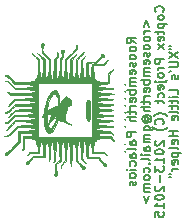
<source format=gbo>
%FSLAX46Y46*%
G04 Gerber Fmt 4.6, Leading zero omitted, Abs format (unit mm)*
G04 Created by KiCad (PCBNEW (2014-jul-16 BZR unknown)-product) date vie 22 ago 2014 20:47:43 CST*
%MOMM*%
G01*
G04 APERTURE LIST*
%ADD10C,0.150000*%
%ADD11C,0.127000*%
%ADD12C,0.002540*%
G04 APERTURE END LIST*
D10*
D11*
X223598014Y-69142427D02*
X223235157Y-68888427D01*
X223598014Y-68706999D02*
X222836014Y-68706999D01*
X222836014Y-68997284D01*
X222872300Y-69069856D01*
X222908586Y-69106141D01*
X222981157Y-69142427D01*
X223090014Y-69142427D01*
X223162586Y-69106141D01*
X223198871Y-69069856D01*
X223235157Y-68997284D01*
X223235157Y-68706999D01*
X223598014Y-69577856D02*
X223561729Y-69505284D01*
X223525443Y-69468999D01*
X223452871Y-69432713D01*
X223235157Y-69432713D01*
X223162586Y-69468999D01*
X223126300Y-69505284D01*
X223090014Y-69577856D01*
X223090014Y-69686713D01*
X223126300Y-69759284D01*
X223162586Y-69795570D01*
X223235157Y-69831856D01*
X223452871Y-69831856D01*
X223525443Y-69795570D01*
X223561729Y-69759284D01*
X223598014Y-69686713D01*
X223598014Y-69577856D01*
X223598014Y-70267285D02*
X223561729Y-70194713D01*
X223525443Y-70158428D01*
X223452871Y-70122142D01*
X223235157Y-70122142D01*
X223162586Y-70158428D01*
X223126300Y-70194713D01*
X223090014Y-70267285D01*
X223090014Y-70376142D01*
X223126300Y-70448713D01*
X223162586Y-70484999D01*
X223235157Y-70521285D01*
X223452871Y-70521285D01*
X223525443Y-70484999D01*
X223561729Y-70448713D01*
X223598014Y-70376142D01*
X223598014Y-70267285D01*
X223561729Y-70811571D02*
X223598014Y-70884142D01*
X223598014Y-71029285D01*
X223561729Y-71101857D01*
X223489157Y-71138142D01*
X223452871Y-71138142D01*
X223380300Y-71101857D01*
X223344014Y-71029285D01*
X223344014Y-70920428D01*
X223307729Y-70847857D01*
X223235157Y-70811571D01*
X223198871Y-70811571D01*
X223126300Y-70847857D01*
X223090014Y-70920428D01*
X223090014Y-71029285D01*
X223126300Y-71101857D01*
X223561729Y-71754999D02*
X223598014Y-71682428D01*
X223598014Y-71537285D01*
X223561729Y-71464714D01*
X223489157Y-71428428D01*
X223198871Y-71428428D01*
X223126300Y-71464714D01*
X223090014Y-71537285D01*
X223090014Y-71682428D01*
X223126300Y-71754999D01*
X223198871Y-71791285D01*
X223271443Y-71791285D01*
X223344014Y-71428428D01*
X223598014Y-72117857D02*
X223090014Y-72117857D01*
X223162586Y-72117857D02*
X223126300Y-72154142D01*
X223090014Y-72226714D01*
X223090014Y-72335571D01*
X223126300Y-72408142D01*
X223198871Y-72444428D01*
X223598014Y-72444428D01*
X223198871Y-72444428D02*
X223126300Y-72480714D01*
X223090014Y-72553285D01*
X223090014Y-72662142D01*
X223126300Y-72734714D01*
X223198871Y-72770999D01*
X223598014Y-72770999D01*
X223598014Y-73133857D02*
X222836014Y-73133857D01*
X223126300Y-73133857D02*
X223090014Y-73206428D01*
X223090014Y-73351571D01*
X223126300Y-73424142D01*
X223162586Y-73460428D01*
X223235157Y-73496714D01*
X223452871Y-73496714D01*
X223525443Y-73460428D01*
X223561729Y-73424142D01*
X223598014Y-73351571D01*
X223598014Y-73206428D01*
X223561729Y-73133857D01*
X223561729Y-74113571D02*
X223598014Y-74041000D01*
X223598014Y-73895857D01*
X223561729Y-73823286D01*
X223489157Y-73787000D01*
X223198871Y-73787000D01*
X223126300Y-73823286D01*
X223090014Y-73895857D01*
X223090014Y-74041000D01*
X223126300Y-74113571D01*
X223198871Y-74149857D01*
X223271443Y-74149857D01*
X223344014Y-73787000D01*
X223598014Y-74476429D02*
X223090014Y-74476429D01*
X223235157Y-74476429D02*
X223162586Y-74512714D01*
X223126300Y-74549000D01*
X223090014Y-74621571D01*
X223090014Y-74694143D01*
X223090014Y-74839285D02*
X223090014Y-75129571D01*
X222836014Y-74948143D02*
X223489157Y-74948143D01*
X223561729Y-74984428D01*
X223598014Y-75057000D01*
X223598014Y-75129571D01*
X223598014Y-75383572D02*
X222836014Y-75383572D01*
X223598014Y-75710143D02*
X223198871Y-75710143D01*
X223126300Y-75673857D01*
X223090014Y-75601286D01*
X223090014Y-75492429D01*
X223126300Y-75419857D01*
X223162586Y-75383572D01*
X223598014Y-76653572D02*
X222836014Y-76653572D01*
X222836014Y-76943857D01*
X222872300Y-77016429D01*
X222908586Y-77052714D01*
X222981157Y-77089000D01*
X223090014Y-77089000D01*
X223162586Y-77052714D01*
X223198871Y-77016429D01*
X223235157Y-76943857D01*
X223235157Y-76653572D01*
X223598014Y-77742143D02*
X223198871Y-77742143D01*
X223126300Y-77705857D01*
X223090014Y-77633286D01*
X223090014Y-77488143D01*
X223126300Y-77415572D01*
X223561729Y-77742143D02*
X223598014Y-77669572D01*
X223598014Y-77488143D01*
X223561729Y-77415572D01*
X223489157Y-77379286D01*
X223416586Y-77379286D01*
X223344014Y-77415572D01*
X223307729Y-77488143D01*
X223307729Y-77669572D01*
X223271443Y-77742143D01*
X223598014Y-78213858D02*
X223561729Y-78141286D01*
X223489157Y-78105001D01*
X222836014Y-78105001D01*
X223598014Y-78830715D02*
X223198871Y-78830715D01*
X223126300Y-78794429D01*
X223090014Y-78721858D01*
X223090014Y-78576715D01*
X223126300Y-78504144D01*
X223561729Y-78830715D02*
X223598014Y-78758144D01*
X223598014Y-78576715D01*
X223561729Y-78504144D01*
X223489157Y-78467858D01*
X223416586Y-78467858D01*
X223344014Y-78504144D01*
X223307729Y-78576715D01*
X223307729Y-78758144D01*
X223271443Y-78830715D01*
X223561729Y-79520144D02*
X223598014Y-79447573D01*
X223598014Y-79302430D01*
X223561729Y-79229858D01*
X223525443Y-79193573D01*
X223452871Y-79157287D01*
X223235157Y-79157287D01*
X223162586Y-79193573D01*
X223126300Y-79229858D01*
X223090014Y-79302430D01*
X223090014Y-79447573D01*
X223126300Y-79520144D01*
X223598014Y-79846716D02*
X223090014Y-79846716D01*
X222836014Y-79846716D02*
X222872300Y-79810430D01*
X222908586Y-79846716D01*
X222872300Y-79883001D01*
X222836014Y-79846716D01*
X222908586Y-79846716D01*
X223598014Y-80318430D02*
X223561729Y-80245858D01*
X223525443Y-80209573D01*
X223452871Y-80173287D01*
X223235157Y-80173287D01*
X223162586Y-80209573D01*
X223126300Y-80245858D01*
X223090014Y-80318430D01*
X223090014Y-80427287D01*
X223126300Y-80499858D01*
X223162586Y-80536144D01*
X223235157Y-80572430D01*
X223452871Y-80572430D01*
X223525443Y-80536144D01*
X223561729Y-80499858D01*
X223598014Y-80427287D01*
X223598014Y-80318430D01*
X223561729Y-80862716D02*
X223598014Y-80935287D01*
X223598014Y-81080430D01*
X223561729Y-81153002D01*
X223489157Y-81189287D01*
X223452871Y-81189287D01*
X223380300Y-81153002D01*
X223344014Y-81080430D01*
X223344014Y-80971573D01*
X223307729Y-80899002D01*
X223235157Y-80862716D01*
X223198871Y-80862716D01*
X223126300Y-80899002D01*
X223090014Y-80971573D01*
X223090014Y-81080430D01*
X223126300Y-81153002D01*
X224283814Y-67781713D02*
X224501529Y-67201142D01*
X224719243Y-67781713D01*
X224791814Y-68144571D02*
X224283814Y-68144571D01*
X224428957Y-68144571D02*
X224356386Y-68180856D01*
X224320100Y-68217142D01*
X224283814Y-68289713D01*
X224283814Y-68362285D01*
X224791814Y-68725142D02*
X224755529Y-68652570D01*
X224719243Y-68616285D01*
X224646671Y-68579999D01*
X224428957Y-68579999D01*
X224356386Y-68616285D01*
X224320100Y-68652570D01*
X224283814Y-68725142D01*
X224283814Y-68833999D01*
X224320100Y-68906570D01*
X224356386Y-68942856D01*
X224428957Y-68979142D01*
X224646671Y-68979142D01*
X224719243Y-68942856D01*
X224755529Y-68906570D01*
X224791814Y-68833999D01*
X224791814Y-68725142D01*
X224791814Y-69414571D02*
X224755529Y-69341999D01*
X224719243Y-69305714D01*
X224646671Y-69269428D01*
X224428957Y-69269428D01*
X224356386Y-69305714D01*
X224320100Y-69341999D01*
X224283814Y-69414571D01*
X224283814Y-69523428D01*
X224320100Y-69595999D01*
X224356386Y-69632285D01*
X224428957Y-69668571D01*
X224646671Y-69668571D01*
X224719243Y-69632285D01*
X224755529Y-69595999D01*
X224791814Y-69523428D01*
X224791814Y-69414571D01*
X224755529Y-69958857D02*
X224791814Y-70031428D01*
X224791814Y-70176571D01*
X224755529Y-70249143D01*
X224682957Y-70285428D01*
X224646671Y-70285428D01*
X224574100Y-70249143D01*
X224537814Y-70176571D01*
X224537814Y-70067714D01*
X224501529Y-69995143D01*
X224428957Y-69958857D01*
X224392671Y-69958857D01*
X224320100Y-69995143D01*
X224283814Y-70067714D01*
X224283814Y-70176571D01*
X224320100Y-70249143D01*
X224755529Y-70902285D02*
X224791814Y-70829714D01*
X224791814Y-70684571D01*
X224755529Y-70612000D01*
X224682957Y-70575714D01*
X224392671Y-70575714D01*
X224320100Y-70612000D01*
X224283814Y-70684571D01*
X224283814Y-70829714D01*
X224320100Y-70902285D01*
X224392671Y-70938571D01*
X224465243Y-70938571D01*
X224537814Y-70575714D01*
X224791814Y-71265143D02*
X224283814Y-71265143D01*
X224356386Y-71265143D02*
X224320100Y-71301428D01*
X224283814Y-71374000D01*
X224283814Y-71482857D01*
X224320100Y-71555428D01*
X224392671Y-71591714D01*
X224791814Y-71591714D01*
X224392671Y-71591714D02*
X224320100Y-71628000D01*
X224283814Y-71700571D01*
X224283814Y-71809428D01*
X224320100Y-71882000D01*
X224392671Y-71918285D01*
X224791814Y-71918285D01*
X224791814Y-72281143D02*
X224029814Y-72281143D01*
X224320100Y-72281143D02*
X224283814Y-72353714D01*
X224283814Y-72498857D01*
X224320100Y-72571428D01*
X224356386Y-72607714D01*
X224428957Y-72644000D01*
X224646671Y-72644000D01*
X224719243Y-72607714D01*
X224755529Y-72571428D01*
X224791814Y-72498857D01*
X224791814Y-72353714D01*
X224755529Y-72281143D01*
X224755529Y-73260857D02*
X224791814Y-73188286D01*
X224791814Y-73043143D01*
X224755529Y-72970572D01*
X224682957Y-72934286D01*
X224392671Y-72934286D01*
X224320100Y-72970572D01*
X224283814Y-73043143D01*
X224283814Y-73188286D01*
X224320100Y-73260857D01*
X224392671Y-73297143D01*
X224465243Y-73297143D01*
X224537814Y-72934286D01*
X224791814Y-73623715D02*
X224283814Y-73623715D01*
X224428957Y-73623715D02*
X224356386Y-73660000D01*
X224320100Y-73696286D01*
X224283814Y-73768857D01*
X224283814Y-73841429D01*
X224283814Y-73986571D02*
X224283814Y-74276857D01*
X224029814Y-74095429D02*
X224682957Y-74095429D01*
X224755529Y-74131714D01*
X224791814Y-74204286D01*
X224791814Y-74276857D01*
X224791814Y-74530858D02*
X224029814Y-74530858D01*
X224791814Y-74857429D02*
X224392671Y-74857429D01*
X224320100Y-74821143D01*
X224283814Y-74748572D01*
X224283814Y-74639715D01*
X224320100Y-74567143D01*
X224356386Y-74530858D01*
X224428957Y-75692001D02*
X224392671Y-75655715D01*
X224356386Y-75583144D01*
X224356386Y-75510572D01*
X224392671Y-75438001D01*
X224428957Y-75401715D01*
X224501529Y-75365429D01*
X224574100Y-75365429D01*
X224646671Y-75401715D01*
X224682957Y-75438001D01*
X224719243Y-75510572D01*
X224719243Y-75583144D01*
X224682957Y-75655715D01*
X224646671Y-75692001D01*
X224356386Y-75692001D02*
X224646671Y-75692001D01*
X224682957Y-75728287D01*
X224682957Y-75764572D01*
X224646671Y-75837144D01*
X224574100Y-75873429D01*
X224392671Y-75873429D01*
X224283814Y-75800858D01*
X224211243Y-75692001D01*
X224174957Y-75546858D01*
X224211243Y-75401715D01*
X224283814Y-75292858D01*
X224392671Y-75220287D01*
X224537814Y-75184001D01*
X224682957Y-75220287D01*
X224791814Y-75292858D01*
X224864386Y-75401715D01*
X224900671Y-75546858D01*
X224864386Y-75692001D01*
X224791814Y-75800858D01*
X224283814Y-76526572D02*
X224900671Y-76526572D01*
X224973243Y-76490286D01*
X225009529Y-76454001D01*
X225045814Y-76381429D01*
X225045814Y-76272572D01*
X225009529Y-76200001D01*
X224755529Y-76526572D02*
X224791814Y-76454001D01*
X224791814Y-76308858D01*
X224755529Y-76236286D01*
X224719243Y-76200001D01*
X224646671Y-76163715D01*
X224428957Y-76163715D01*
X224356386Y-76200001D01*
X224320100Y-76236286D01*
X224283814Y-76308858D01*
X224283814Y-76454001D01*
X224320100Y-76526572D01*
X224791814Y-76889430D02*
X224283814Y-76889430D01*
X224356386Y-76889430D02*
X224320100Y-76925715D01*
X224283814Y-76998287D01*
X224283814Y-77107144D01*
X224320100Y-77179715D01*
X224392671Y-77216001D01*
X224791814Y-77216001D01*
X224392671Y-77216001D02*
X224320100Y-77252287D01*
X224283814Y-77324858D01*
X224283814Y-77433715D01*
X224320100Y-77506287D01*
X224392671Y-77542572D01*
X224791814Y-77542572D01*
X224791814Y-78232001D02*
X224392671Y-78232001D01*
X224320100Y-78195715D01*
X224283814Y-78123144D01*
X224283814Y-77978001D01*
X224320100Y-77905430D01*
X224755529Y-78232001D02*
X224791814Y-78159430D01*
X224791814Y-77978001D01*
X224755529Y-77905430D01*
X224682957Y-77869144D01*
X224610386Y-77869144D01*
X224537814Y-77905430D01*
X224501529Y-77978001D01*
X224501529Y-78159430D01*
X224465243Y-78232001D01*
X224791814Y-78594859D02*
X224283814Y-78594859D01*
X224029814Y-78594859D02*
X224066100Y-78558573D01*
X224102386Y-78594859D01*
X224066100Y-78631144D01*
X224029814Y-78594859D01*
X224102386Y-78594859D01*
X224791814Y-79066573D02*
X224755529Y-78994001D01*
X224682957Y-78957716D01*
X224029814Y-78957716D01*
X224719243Y-79356859D02*
X224755529Y-79393144D01*
X224791814Y-79356859D01*
X224755529Y-79320573D01*
X224719243Y-79356859D01*
X224791814Y-79356859D01*
X224755529Y-80046287D02*
X224791814Y-79973716D01*
X224791814Y-79828573D01*
X224755529Y-79756001D01*
X224719243Y-79719716D01*
X224646671Y-79683430D01*
X224428957Y-79683430D01*
X224356386Y-79719716D01*
X224320100Y-79756001D01*
X224283814Y-79828573D01*
X224283814Y-79973716D01*
X224320100Y-80046287D01*
X224791814Y-80481716D02*
X224755529Y-80409144D01*
X224719243Y-80372859D01*
X224646671Y-80336573D01*
X224428957Y-80336573D01*
X224356386Y-80372859D01*
X224320100Y-80409144D01*
X224283814Y-80481716D01*
X224283814Y-80590573D01*
X224320100Y-80663144D01*
X224356386Y-80699430D01*
X224428957Y-80735716D01*
X224646671Y-80735716D01*
X224719243Y-80699430D01*
X224755529Y-80663144D01*
X224791814Y-80590573D01*
X224791814Y-80481716D01*
X224791814Y-81062288D02*
X224283814Y-81062288D01*
X224356386Y-81062288D02*
X224320100Y-81098573D01*
X224283814Y-81171145D01*
X224283814Y-81280002D01*
X224320100Y-81352573D01*
X224392671Y-81388859D01*
X224791814Y-81388859D01*
X224392671Y-81388859D02*
X224320100Y-81425145D01*
X224283814Y-81497716D01*
X224283814Y-81606573D01*
X224320100Y-81679145D01*
X224392671Y-81715430D01*
X224791814Y-81715430D01*
X224283814Y-82078288D02*
X224501529Y-82658859D01*
X224719243Y-82078288D01*
X225913043Y-66475429D02*
X225949329Y-66439143D01*
X225985614Y-66330286D01*
X225985614Y-66257715D01*
X225949329Y-66148858D01*
X225876757Y-66076286D01*
X225804186Y-66040001D01*
X225659043Y-66003715D01*
X225550186Y-66003715D01*
X225405043Y-66040001D01*
X225332471Y-66076286D01*
X225259900Y-66148858D01*
X225223614Y-66257715D01*
X225223614Y-66330286D01*
X225259900Y-66439143D01*
X225296186Y-66475429D01*
X225985614Y-66910858D02*
X225949329Y-66838286D01*
X225913043Y-66802001D01*
X225840471Y-66765715D01*
X225622757Y-66765715D01*
X225550186Y-66802001D01*
X225513900Y-66838286D01*
X225477614Y-66910858D01*
X225477614Y-67019715D01*
X225513900Y-67092286D01*
X225550186Y-67128572D01*
X225622757Y-67164858D01*
X225840471Y-67164858D01*
X225913043Y-67128572D01*
X225949329Y-67092286D01*
X225985614Y-67019715D01*
X225985614Y-66910858D01*
X225477614Y-67491430D02*
X226239614Y-67491430D01*
X225513900Y-67491430D02*
X225477614Y-67564001D01*
X225477614Y-67709144D01*
X225513900Y-67781715D01*
X225550186Y-67818001D01*
X225622757Y-67854287D01*
X225840471Y-67854287D01*
X225913043Y-67818001D01*
X225949329Y-67781715D01*
X225985614Y-67709144D01*
X225985614Y-67564001D01*
X225949329Y-67491430D01*
X225477614Y-68072001D02*
X225477614Y-68362287D01*
X225223614Y-68180859D02*
X225876757Y-68180859D01*
X225949329Y-68217144D01*
X225985614Y-68289716D01*
X225985614Y-68362287D01*
X225949329Y-68906573D02*
X225985614Y-68834002D01*
X225985614Y-68688859D01*
X225949329Y-68616288D01*
X225876757Y-68580002D01*
X225586471Y-68580002D01*
X225513900Y-68616288D01*
X225477614Y-68688859D01*
X225477614Y-68834002D01*
X225513900Y-68906573D01*
X225586471Y-68942859D01*
X225659043Y-68942859D01*
X225731614Y-68580002D01*
X225985614Y-69196859D02*
X225477614Y-69596002D01*
X225477614Y-69196859D02*
X225985614Y-69596002D01*
X225985614Y-70466859D02*
X225223614Y-70466859D01*
X225223614Y-70757144D01*
X225259900Y-70829716D01*
X225296186Y-70866001D01*
X225368757Y-70902287D01*
X225477614Y-70902287D01*
X225550186Y-70866001D01*
X225586471Y-70829716D01*
X225622757Y-70757144D01*
X225622757Y-70466859D01*
X225985614Y-71228859D02*
X225477614Y-71228859D01*
X225622757Y-71228859D02*
X225550186Y-71265144D01*
X225513900Y-71301430D01*
X225477614Y-71374001D01*
X225477614Y-71446573D01*
X225985614Y-71809430D02*
X225949329Y-71736858D01*
X225913043Y-71700573D01*
X225840471Y-71664287D01*
X225622757Y-71664287D01*
X225550186Y-71700573D01*
X225513900Y-71736858D01*
X225477614Y-71809430D01*
X225477614Y-71918287D01*
X225513900Y-71990858D01*
X225550186Y-72027144D01*
X225622757Y-72063430D01*
X225840471Y-72063430D01*
X225913043Y-72027144D01*
X225949329Y-71990858D01*
X225985614Y-71918287D01*
X225985614Y-71809430D01*
X225477614Y-72390002D02*
X226130757Y-72390002D01*
X226203329Y-72353716D01*
X226239614Y-72281144D01*
X226239614Y-72244859D01*
X225223614Y-72390002D02*
X225259900Y-72353716D01*
X225296186Y-72390002D01*
X225259900Y-72426287D01*
X225223614Y-72390002D01*
X225296186Y-72390002D01*
X225949329Y-73043144D02*
X225985614Y-72970573D01*
X225985614Y-72825430D01*
X225949329Y-72752859D01*
X225876757Y-72716573D01*
X225586471Y-72716573D01*
X225513900Y-72752859D01*
X225477614Y-72825430D01*
X225477614Y-72970573D01*
X225513900Y-73043144D01*
X225586471Y-73079430D01*
X225659043Y-73079430D01*
X225731614Y-72716573D01*
X225949329Y-73732573D02*
X225985614Y-73660002D01*
X225985614Y-73514859D01*
X225949329Y-73442287D01*
X225913043Y-73406002D01*
X225840471Y-73369716D01*
X225622757Y-73369716D01*
X225550186Y-73406002D01*
X225513900Y-73442287D01*
X225477614Y-73514859D01*
X225477614Y-73660002D01*
X225513900Y-73732573D01*
X225477614Y-73950287D02*
X225477614Y-74240573D01*
X225223614Y-74059145D02*
X225876757Y-74059145D01*
X225949329Y-74095430D01*
X225985614Y-74168002D01*
X225985614Y-74240573D01*
X226275900Y-75292859D02*
X226239614Y-75256573D01*
X226130757Y-75184002D01*
X226058186Y-75147716D01*
X225949329Y-75111430D01*
X225767900Y-75075145D01*
X225622757Y-75075145D01*
X225441329Y-75111430D01*
X225332471Y-75147716D01*
X225259900Y-75184002D01*
X225151043Y-75256573D01*
X225114757Y-75292859D01*
X225913043Y-76018573D02*
X225949329Y-75982287D01*
X225985614Y-75873430D01*
X225985614Y-75800859D01*
X225949329Y-75692002D01*
X225876757Y-75619430D01*
X225804186Y-75583145D01*
X225659043Y-75546859D01*
X225550186Y-75546859D01*
X225405043Y-75583145D01*
X225332471Y-75619430D01*
X225259900Y-75692002D01*
X225223614Y-75800859D01*
X225223614Y-75873430D01*
X225259900Y-75982287D01*
X225296186Y-76018573D01*
X226275900Y-76272573D02*
X226239614Y-76308859D01*
X226130757Y-76381430D01*
X226058186Y-76417716D01*
X225949329Y-76454002D01*
X225767900Y-76490287D01*
X225622757Y-76490287D01*
X225441329Y-76454002D01*
X225332471Y-76417716D01*
X225259900Y-76381430D01*
X225151043Y-76308859D01*
X225114757Y-76272573D01*
X225296186Y-77397430D02*
X225259900Y-77433716D01*
X225223614Y-77506287D01*
X225223614Y-77687716D01*
X225259900Y-77760287D01*
X225296186Y-77796573D01*
X225368757Y-77832858D01*
X225441329Y-77832858D01*
X225550186Y-77796573D01*
X225985614Y-77361144D01*
X225985614Y-77832858D01*
X225223614Y-78304572D02*
X225223614Y-78377144D01*
X225259900Y-78449715D01*
X225296186Y-78486001D01*
X225368757Y-78522287D01*
X225513900Y-78558572D01*
X225695329Y-78558572D01*
X225840471Y-78522287D01*
X225913043Y-78486001D01*
X225949329Y-78449715D01*
X225985614Y-78377144D01*
X225985614Y-78304572D01*
X225949329Y-78232001D01*
X225913043Y-78195715D01*
X225840471Y-78159430D01*
X225695329Y-78123144D01*
X225513900Y-78123144D01*
X225368757Y-78159430D01*
X225296186Y-78195715D01*
X225259900Y-78232001D01*
X225223614Y-78304572D01*
X225985614Y-79284286D02*
X225985614Y-78848858D01*
X225985614Y-79066572D02*
X225223614Y-79066572D01*
X225332471Y-78994001D01*
X225405043Y-78921429D01*
X225441329Y-78848858D01*
X225223614Y-79538286D02*
X225223614Y-80010000D01*
X225513900Y-79756000D01*
X225513900Y-79864858D01*
X225550186Y-79937429D01*
X225586471Y-79973715D01*
X225659043Y-80010000D01*
X225840471Y-80010000D01*
X225913043Y-79973715D01*
X225949329Y-79937429D01*
X225985614Y-79864858D01*
X225985614Y-79647143D01*
X225949329Y-79574572D01*
X225913043Y-79538286D01*
X225695329Y-80336572D02*
X225695329Y-80917143D01*
X225296186Y-81243715D02*
X225259900Y-81280001D01*
X225223614Y-81352572D01*
X225223614Y-81534001D01*
X225259900Y-81606572D01*
X225296186Y-81642858D01*
X225368757Y-81679143D01*
X225441329Y-81679143D01*
X225550186Y-81642858D01*
X225985614Y-81207429D01*
X225985614Y-81679143D01*
X225223614Y-82150857D02*
X225223614Y-82223429D01*
X225259900Y-82296000D01*
X225296186Y-82332286D01*
X225368757Y-82368572D01*
X225513900Y-82404857D01*
X225695329Y-82404857D01*
X225840471Y-82368572D01*
X225913043Y-82332286D01*
X225949329Y-82296000D01*
X225985614Y-82223429D01*
X225985614Y-82150857D01*
X225949329Y-82078286D01*
X225913043Y-82042000D01*
X225840471Y-82005715D01*
X225695329Y-81969429D01*
X225513900Y-81969429D01*
X225368757Y-82005715D01*
X225296186Y-82042000D01*
X225259900Y-82078286D01*
X225223614Y-82150857D01*
X225985614Y-83130571D02*
X225985614Y-82695143D01*
X225985614Y-82912857D02*
X225223614Y-82912857D01*
X225332471Y-82840286D01*
X225405043Y-82767714D01*
X225441329Y-82695143D01*
X225223614Y-83820000D02*
X225223614Y-83457143D01*
X225586471Y-83420857D01*
X225550186Y-83457143D01*
X225513900Y-83529714D01*
X225513900Y-83711143D01*
X225550186Y-83783714D01*
X225586471Y-83820000D01*
X225659043Y-83856285D01*
X225840471Y-83856285D01*
X225913043Y-83820000D01*
X225949329Y-83783714D01*
X225985614Y-83711143D01*
X225985614Y-83529714D01*
X225949329Y-83457143D01*
X225913043Y-83420857D01*
X226417414Y-69378286D02*
X226562557Y-69378286D01*
X226417414Y-69668572D02*
X226562557Y-69668572D01*
X226417414Y-69922571D02*
X227179414Y-70430571D01*
X226417414Y-70430571D02*
X227179414Y-69922571D01*
X226417414Y-70720857D02*
X227034271Y-70720857D01*
X227106843Y-70757142D01*
X227143129Y-70793428D01*
X227179414Y-70865999D01*
X227179414Y-71011142D01*
X227143129Y-71083714D01*
X227106843Y-71119999D01*
X227034271Y-71156285D01*
X226417414Y-71156285D01*
X226417414Y-71555428D02*
X226562557Y-71482857D01*
X227143129Y-71845714D02*
X227179414Y-71918285D01*
X227179414Y-72063428D01*
X227143129Y-72136000D01*
X227070557Y-72172285D01*
X227034271Y-72172285D01*
X226961700Y-72136000D01*
X226925414Y-72063428D01*
X226925414Y-71954571D01*
X226889129Y-71882000D01*
X226816557Y-71845714D01*
X226780271Y-71845714D01*
X226707700Y-71882000D01*
X226671414Y-71954571D01*
X226671414Y-72063428D01*
X226707700Y-72136000D01*
X227179414Y-73442285D02*
X227179414Y-73079428D01*
X226417414Y-73079428D01*
X227179414Y-73696285D02*
X226671414Y-73696285D01*
X226417414Y-73696285D02*
X226453700Y-73659999D01*
X226489986Y-73696285D01*
X226453700Y-73732570D01*
X226417414Y-73696285D01*
X226489986Y-73696285D01*
X226671414Y-73950284D02*
X226671414Y-74240570D01*
X226417414Y-74059142D02*
X227070557Y-74059142D01*
X227143129Y-74095427D01*
X227179414Y-74167999D01*
X227179414Y-74240570D01*
X226671414Y-74385713D02*
X226671414Y-74675999D01*
X226417414Y-74494571D02*
X227070557Y-74494571D01*
X227143129Y-74530856D01*
X227179414Y-74603428D01*
X227179414Y-74675999D01*
X227179414Y-75038857D02*
X227143129Y-74966285D01*
X227070557Y-74930000D01*
X226417414Y-74930000D01*
X227143129Y-75619428D02*
X227179414Y-75546857D01*
X227179414Y-75401714D01*
X227143129Y-75329143D01*
X227070557Y-75292857D01*
X226780271Y-75292857D01*
X226707700Y-75329143D01*
X226671414Y-75401714D01*
X226671414Y-75546857D01*
X226707700Y-75619428D01*
X226780271Y-75655714D01*
X226852843Y-75655714D01*
X226925414Y-75292857D01*
X227179414Y-76562857D02*
X226417414Y-76562857D01*
X226780271Y-76562857D02*
X226780271Y-76998285D01*
X227179414Y-76998285D02*
X226417414Y-76998285D01*
X227143129Y-77651428D02*
X227179414Y-77578857D01*
X227179414Y-77433714D01*
X227143129Y-77361143D01*
X227070557Y-77324857D01*
X226780271Y-77324857D01*
X226707700Y-77361143D01*
X226671414Y-77433714D01*
X226671414Y-77578857D01*
X226707700Y-77651428D01*
X226780271Y-77687714D01*
X226852843Y-77687714D01*
X226925414Y-77324857D01*
X227179414Y-78123143D02*
X227143129Y-78050571D01*
X227070557Y-78014286D01*
X226417414Y-78014286D01*
X226671414Y-78413429D02*
X227433414Y-78413429D01*
X226707700Y-78413429D02*
X226671414Y-78486000D01*
X226671414Y-78631143D01*
X226707700Y-78703714D01*
X226743986Y-78740000D01*
X226816557Y-78776286D01*
X227034271Y-78776286D01*
X227106843Y-78740000D01*
X227143129Y-78703714D01*
X227179414Y-78631143D01*
X227179414Y-78486000D01*
X227143129Y-78413429D01*
X227143129Y-79393143D02*
X227179414Y-79320572D01*
X227179414Y-79175429D01*
X227143129Y-79102858D01*
X227070557Y-79066572D01*
X226780271Y-79066572D01*
X226707700Y-79102858D01*
X226671414Y-79175429D01*
X226671414Y-79320572D01*
X226707700Y-79393143D01*
X226780271Y-79429429D01*
X226852843Y-79429429D01*
X226925414Y-79066572D01*
X227179414Y-79756001D02*
X226671414Y-79756001D01*
X226816557Y-79756001D02*
X226743986Y-79792286D01*
X226707700Y-79828572D01*
X226671414Y-79901143D01*
X226671414Y-79973715D01*
X226417414Y-80191429D02*
X226562557Y-80191429D01*
X226417414Y-80481715D02*
X226562557Y-80481715D01*
D12*
G36*
X222671640Y-78234540D02*
X222674180Y-78292960D01*
X222674180Y-78303120D01*
X222671640Y-78361540D01*
X222658940Y-78356460D01*
X222656400Y-78348840D01*
X222648780Y-78267560D01*
X222656400Y-78234540D01*
X222671640Y-78234540D01*
X222671640Y-78234540D01*
X222671640Y-78234540D01*
G37*
X222671640Y-78234540D02*
X222674180Y-78292960D01*
X222674180Y-78303120D01*
X222671640Y-78361540D01*
X222658940Y-78356460D01*
X222656400Y-78348840D01*
X222648780Y-78267560D01*
X222656400Y-78234540D01*
X222671640Y-78234540D01*
X222671640Y-78234540D01*
G36*
X222664020Y-77673200D02*
X222681800Y-77693520D01*
X222664020Y-77711300D01*
X222646240Y-77693520D01*
X222664020Y-77673200D01*
X222664020Y-77673200D01*
X222664020Y-77673200D01*
G37*
X222664020Y-77673200D02*
X222681800Y-77693520D01*
X222664020Y-77711300D01*
X222646240Y-77693520D01*
X222664020Y-77673200D01*
X222664020Y-77673200D01*
G36*
X222656400Y-76161900D02*
X222679260Y-76169520D01*
X222681800Y-76187300D01*
X222669100Y-76220320D01*
X222656400Y-76212700D01*
X222651320Y-76169520D01*
X222656400Y-76161900D01*
X222656400Y-76161900D01*
X222656400Y-76161900D01*
G37*
X222656400Y-76161900D02*
X222679260Y-76169520D01*
X222681800Y-76187300D01*
X222669100Y-76220320D01*
X222656400Y-76212700D01*
X222651320Y-76169520D01*
X222656400Y-76161900D01*
X222656400Y-76161900D01*
G36*
X222658940Y-75552300D02*
X222676720Y-75559920D01*
X222679260Y-75600560D01*
X222671640Y-75641200D01*
X222656400Y-75623420D01*
X222651320Y-75562460D01*
X222658940Y-75552300D01*
X222658940Y-75552300D01*
X222658940Y-75552300D01*
G37*
X222658940Y-75552300D02*
X222676720Y-75559920D01*
X222679260Y-75600560D01*
X222671640Y-75641200D01*
X222656400Y-75623420D01*
X222651320Y-75562460D01*
X222658940Y-75552300D01*
X222658940Y-75552300D01*
G36*
X222658940Y-74980800D02*
X222676720Y-74988420D01*
X222679260Y-75029060D01*
X222671640Y-75069700D01*
X222656400Y-75051920D01*
X222651320Y-74990960D01*
X222658940Y-74980800D01*
X222658940Y-74980800D01*
X222658940Y-74980800D01*
G37*
X222658940Y-74980800D02*
X222676720Y-74988420D01*
X222679260Y-75029060D01*
X222671640Y-75069700D01*
X222656400Y-75051920D01*
X222651320Y-74990960D01*
X222658940Y-74980800D01*
X222658940Y-74980800D01*
G36*
X222671640Y-74381360D02*
X222676720Y-74434700D01*
X222671640Y-74488040D01*
X222656400Y-74482960D01*
X222651320Y-74404220D01*
X222656400Y-74386440D01*
X222671640Y-74381360D01*
X222671640Y-74381360D01*
X222671640Y-74381360D01*
G37*
X222671640Y-74381360D02*
X222676720Y-74434700D01*
X222671640Y-74488040D01*
X222656400Y-74482960D01*
X222651320Y-74404220D01*
X222656400Y-74386440D01*
X222671640Y-74381360D01*
X222671640Y-74381360D01*
G36*
X222658940Y-73797160D02*
X222676720Y-73807320D01*
X222679260Y-73845420D01*
X222671640Y-73888600D01*
X222656400Y-73868280D01*
X222651320Y-73809860D01*
X222658940Y-73797160D01*
X222658940Y-73797160D01*
X222658940Y-73797160D01*
G37*
X222658940Y-73797160D02*
X222676720Y-73807320D01*
X222679260Y-73845420D01*
X222671640Y-73888600D01*
X222656400Y-73868280D01*
X222651320Y-73809860D01*
X222658940Y-73797160D01*
X222658940Y-73797160D01*
G36*
X222656400Y-73225660D02*
X222679260Y-73233280D01*
X222681800Y-73251060D01*
X222669100Y-73284080D01*
X222656400Y-73279000D01*
X222651320Y-73233280D01*
X222656400Y-73225660D01*
X222656400Y-73225660D01*
X222656400Y-73225660D01*
G37*
X222656400Y-73225660D02*
X222679260Y-73233280D01*
X222681800Y-73251060D01*
X222669100Y-73284080D01*
X222656400Y-73279000D01*
X222651320Y-73233280D01*
X222656400Y-73225660D01*
X222656400Y-73225660D01*
G36*
X222658940Y-72616060D02*
X222676720Y-72628760D01*
X222679260Y-72666860D01*
X222671640Y-72704960D01*
X222656400Y-72689720D01*
X222651320Y-72631300D01*
X222658940Y-72616060D01*
X222658940Y-72616060D01*
X222658940Y-72616060D01*
G37*
X222658940Y-72616060D02*
X222676720Y-72628760D01*
X222679260Y-72666860D01*
X222671640Y-72704960D01*
X222656400Y-72689720D01*
X222651320Y-72631300D01*
X222658940Y-72616060D01*
X222658940Y-72616060D01*
G36*
X215656160Y-69151500D02*
X215742520Y-69164200D01*
X215780620Y-69192140D01*
X215795860Y-69215000D01*
X215691720Y-69215000D01*
X215638380Y-69245480D01*
X215633300Y-69270880D01*
X215663780Y-69321680D01*
X215691720Y-69329300D01*
X215742520Y-69296280D01*
X215747600Y-69270880D01*
X215717120Y-69222620D01*
X215691720Y-69215000D01*
X215795860Y-69215000D01*
X215818720Y-69242940D01*
X215816180Y-69291200D01*
X215775540Y-69369940D01*
X215729820Y-69499480D01*
X215709500Y-69659500D01*
X215709500Y-69682360D01*
X215712040Y-69771260D01*
X215722200Y-69839840D01*
X215752680Y-69903340D01*
X215811100Y-69979540D01*
X215910160Y-70081140D01*
X216011760Y-70185280D01*
X216314020Y-70490080D01*
X216336880Y-70985380D01*
X216352120Y-71310500D01*
X216367360Y-71564500D01*
X216382600Y-71755000D01*
X216402920Y-71882000D01*
X216420700Y-71955660D01*
X216435940Y-71978520D01*
X216463880Y-72029320D01*
X216471500Y-72092820D01*
X216489280Y-72166480D01*
X216522300Y-72186800D01*
X216560400Y-72151240D01*
X216590880Y-72044560D01*
X216618820Y-71879460D01*
X216641680Y-71666100D01*
X216656920Y-71407020D01*
X216664540Y-71112380D01*
X216664540Y-71076820D01*
X216669620Y-70553580D01*
X216799160Y-70431660D01*
X216875360Y-70345300D01*
X216913460Y-70271640D01*
X216928700Y-70164960D01*
X216928700Y-70093840D01*
X216931240Y-69974460D01*
X216946480Y-69926200D01*
X216966800Y-69936360D01*
X216989660Y-70010020D01*
X217002360Y-70121780D01*
X217002360Y-70170040D01*
X216992200Y-70299580D01*
X216951560Y-70388480D01*
X216908380Y-70434200D01*
X216870280Y-70472300D01*
X216844880Y-70512940D01*
X216829640Y-70573900D01*
X216816940Y-70660260D01*
X216816940Y-70794880D01*
X216814400Y-70985380D01*
X216814400Y-71059040D01*
X216816940Y-71379080D01*
X216834720Y-71653400D01*
X216857580Y-71876920D01*
X216885520Y-72047100D01*
X216926160Y-72151240D01*
X216969340Y-72186800D01*
X217022680Y-72163940D01*
X217030300Y-72138540D01*
X217037920Y-72049640D01*
X217060780Y-71922640D01*
X217091260Y-71800720D01*
X217119200Y-71719440D01*
X217134440Y-71661020D01*
X217144600Y-71539100D01*
X217152220Y-71374000D01*
X217157300Y-71173340D01*
X217157300Y-71069200D01*
X217157300Y-70848220D01*
X217159840Y-70688200D01*
X217164920Y-70576440D01*
X217180160Y-70505320D01*
X217197940Y-70457060D01*
X217228420Y-70418960D01*
X217251280Y-70396100D01*
X217319860Y-70309740D01*
X217345260Y-70200520D01*
X217345260Y-70139560D01*
X217335100Y-70022720D01*
X217304620Y-69933820D01*
X217294460Y-69916040D01*
X217256360Y-69837300D01*
X217276680Y-69750940D01*
X217347800Y-69689980D01*
X217352880Y-69687440D01*
X217446860Y-69689980D01*
X217510360Y-69743320D01*
X217515440Y-69761100D01*
X217363040Y-69761100D01*
X217322400Y-69799200D01*
X217327480Y-69855080D01*
X217337640Y-69865240D01*
X217396060Y-69888100D01*
X217451940Y-69860160D01*
X217462100Y-69822060D01*
X217436700Y-69773800D01*
X217418920Y-69766180D01*
X217363040Y-69761100D01*
X217515440Y-69761100D01*
X217535760Y-69822060D01*
X217510360Y-69908420D01*
X217482420Y-69936360D01*
X217439240Y-70017640D01*
X217424000Y-70159880D01*
X217424000Y-70180200D01*
X217411300Y-70319900D01*
X217373200Y-70416420D01*
X217337640Y-70462140D01*
X217302080Y-70505320D01*
X217279220Y-70551040D01*
X217266520Y-70617080D01*
X217258900Y-70716140D01*
X217258900Y-70866000D01*
X217263980Y-71053960D01*
X217274140Y-71391780D01*
X217286840Y-71653400D01*
X217307160Y-71838820D01*
X217332560Y-71948040D01*
X217350340Y-71978520D01*
X217378280Y-72029320D01*
X217385900Y-72092820D01*
X217398600Y-72163940D01*
X217424000Y-72186800D01*
X217454480Y-72153780D01*
X217462100Y-72092820D01*
X217474800Y-72014080D01*
X217497660Y-71978520D01*
X217523060Y-71930260D01*
X217545920Y-71818500D01*
X217563700Y-71638160D01*
X217581480Y-71386700D01*
X217596720Y-71061580D01*
X217596720Y-71023480D01*
X217619580Y-70490080D01*
X218094560Y-70040500D01*
X218277440Y-69862700D01*
X218406980Y-69728080D01*
X218495880Y-69629020D01*
X218546680Y-69555360D01*
X218567000Y-69499480D01*
X218569540Y-69486780D01*
X218574620Y-69423280D01*
X218594940Y-69428360D01*
X218605100Y-69443600D01*
X218638120Y-69522340D01*
X218643200Y-69552820D01*
X218617800Y-69596000D01*
X218546680Y-69684900D01*
X218440000Y-69804280D01*
X218305380Y-69951600D01*
X218183460Y-70073520D01*
X217723720Y-70540880D01*
X217728800Y-71104760D01*
X217733880Y-71323200D01*
X217741500Y-71526400D01*
X217756740Y-71696580D01*
X217769440Y-71818500D01*
X217774520Y-71843900D01*
X217799920Y-71968360D01*
X217815160Y-72075040D01*
X217820240Y-72100440D01*
X217848180Y-72171560D01*
X217886280Y-72186800D01*
X217924380Y-72148700D01*
X217962480Y-72036940D01*
X217992960Y-71851520D01*
X218023440Y-71592440D01*
X218046300Y-71264780D01*
X218056460Y-71053960D01*
X218081860Y-70515480D01*
X218305380Y-70297040D01*
X218409520Y-70197980D01*
X218493340Y-70126860D01*
X218541600Y-70093840D01*
X218546680Y-70093840D01*
X218533980Y-70131940D01*
X218478100Y-70208140D01*
X218394280Y-70309740D01*
X218373960Y-70332600D01*
X218178380Y-70551040D01*
X218191080Y-71234300D01*
X218201240Y-71513700D01*
X218211400Y-71724520D01*
X218226640Y-71866760D01*
X218244420Y-71945500D01*
X218254580Y-71965820D01*
X218292680Y-72036940D01*
X218302840Y-72097900D01*
X218315540Y-72166480D01*
X218338400Y-72186800D01*
X218368880Y-72153780D01*
X218376500Y-72092820D01*
X218391740Y-72014080D01*
X218417140Y-71975980D01*
X218442540Y-71925180D01*
X218452700Y-71843900D01*
X218465400Y-71757540D01*
X218490800Y-71709280D01*
X218506040Y-71663560D01*
X218516200Y-71551800D01*
X218526360Y-71381620D01*
X218531440Y-71165720D01*
X218531440Y-71089520D01*
X218531440Y-70490080D01*
X218851480Y-70195440D01*
X218981020Y-70078600D01*
X219087700Y-69982080D01*
X219166440Y-69921120D01*
X219196920Y-69900800D01*
X219184220Y-69926200D01*
X219128340Y-69997320D01*
X219036900Y-70104000D01*
X218920060Y-70231000D01*
X218912440Y-70241160D01*
X218600020Y-70584060D01*
X218610180Y-71109840D01*
X218615260Y-71307960D01*
X218625420Y-71488300D01*
X218635580Y-71630540D01*
X218648280Y-71716900D01*
X218648280Y-71729600D01*
X218676220Y-71823580D01*
X218714320Y-71950580D01*
X218727020Y-72006460D01*
X218762580Y-72108060D01*
X218803220Y-72174100D01*
X218821000Y-72186800D01*
X218848940Y-72156320D01*
X218846400Y-72108060D01*
X218851480Y-72019160D01*
X218874340Y-71975980D01*
X218897200Y-71912480D01*
X218914980Y-71777860D01*
X218930220Y-71572120D01*
X218945460Y-71287640D01*
X218948000Y-71231760D01*
X218973400Y-70543420D01*
X219130880Y-70385940D01*
X219235020Y-70291960D01*
X219290900Y-70251320D01*
X219303600Y-70264020D01*
X219265500Y-70324980D01*
X219194380Y-70411340D01*
X219062300Y-70556120D01*
X219082620Y-71038720D01*
X219102940Y-71386700D01*
X219125800Y-71678800D01*
X219151200Y-71907400D01*
X219184220Y-72069960D01*
X219219780Y-72163940D01*
X219250260Y-72186800D01*
X219301060Y-72151240D01*
X219316300Y-72100440D01*
X219331540Y-72011540D01*
X219354400Y-71887080D01*
X219362020Y-71843900D01*
X219384880Y-71704200D01*
X219402660Y-71536560D01*
X219402660Y-71442580D01*
X219410280Y-71274940D01*
X219420440Y-71081900D01*
X219430600Y-70957440D01*
X219453460Y-70700900D01*
X219826840Y-70700900D01*
X220197680Y-70700900D01*
X220431360Y-70485000D01*
X220568520Y-70350380D01*
X220642180Y-70248780D01*
X220662500Y-70180200D01*
X220685360Y-70098920D01*
X220726000Y-70065900D01*
X220817440Y-70063360D01*
X220886020Y-70119240D01*
X220888560Y-70129400D01*
X220797120Y-70129400D01*
X220746320Y-70159880D01*
X220738700Y-70185280D01*
X220771720Y-70236080D01*
X220797120Y-70243700D01*
X220845380Y-70210680D01*
X220853000Y-70185280D01*
X220822520Y-70137020D01*
X220797120Y-70129400D01*
X220888560Y-70129400D01*
X220911420Y-70208140D01*
X220888560Y-70281800D01*
X220817440Y-70312280D01*
X220743780Y-70345300D01*
X220637100Y-70421500D01*
X220512640Y-70528180D01*
X220484700Y-70556120D01*
X220248480Y-70787260D01*
X219933520Y-70779640D01*
X219781120Y-70782180D01*
X219654120Y-70789800D01*
X219575380Y-70802500D01*
X219562680Y-70810120D01*
X219539820Y-70863460D01*
X219529660Y-70975220D01*
X219529660Y-71127620D01*
X219539820Y-71310500D01*
X219557600Y-71508620D01*
X219580460Y-71704200D01*
X219608400Y-71884540D01*
X219641420Y-72034400D01*
X219676980Y-72138540D01*
X219710000Y-72184260D01*
X219715080Y-72186800D01*
X219743020Y-72153780D01*
X219748100Y-72100440D01*
X219768420Y-72011540D01*
X219791280Y-71968360D01*
X219809060Y-71917560D01*
X219826840Y-71800720D01*
X219842080Y-71635620D01*
X219857320Y-71437500D01*
X219859860Y-71399400D01*
X219882720Y-70871080D01*
X220347540Y-70886320D01*
X220817440Y-70899020D01*
X221025720Y-70721220D01*
X221145100Y-70622160D01*
X221211140Y-70578980D01*
X221223840Y-70589140D01*
X221183200Y-70650100D01*
X221086680Y-70761860D01*
X221056200Y-70794880D01*
X220880940Y-70985380D01*
X220449140Y-70998080D01*
X220017340Y-71010780D01*
X220019880Y-71340980D01*
X220022420Y-71518780D01*
X220035120Y-71691500D01*
X220050360Y-71823580D01*
X220052900Y-71843900D01*
X220075760Y-71965820D01*
X220093540Y-72067420D01*
X220098620Y-72090280D01*
X220139260Y-72166480D01*
X220179900Y-72194420D01*
X220233240Y-72242680D01*
X220245940Y-72275700D01*
X220276420Y-72321420D01*
X220350080Y-72351900D01*
X220454220Y-72372220D01*
X220586300Y-72402700D01*
X220624400Y-72410320D01*
X220761560Y-72433180D01*
X220929200Y-72448420D01*
X221035880Y-72450960D01*
X221274640Y-72450960D01*
X221274640Y-72077580D01*
X221274640Y-71699120D01*
X221482920Y-71521320D01*
X221584520Y-71440040D01*
X221658180Y-71384160D01*
X221691200Y-71368920D01*
X221691200Y-71371460D01*
X221668340Y-71409560D01*
X221607380Y-71490840D01*
X221523560Y-71594980D01*
X221515940Y-71602600D01*
X221343220Y-71808340D01*
X221355920Y-72176640D01*
X221368620Y-72529700D01*
X219938600Y-72529700D01*
X217652600Y-72529700D01*
X215366600Y-72529700D01*
X215366600Y-74815700D01*
X215366600Y-77101700D01*
X217652600Y-77101700D01*
X219938600Y-77101700D01*
X219938600Y-74815700D01*
X219938600Y-72529700D01*
X221368620Y-72529700D01*
X221368620Y-72547480D01*
X221063820Y-72572880D01*
X220817440Y-72598280D01*
X220639640Y-72628760D01*
X220522800Y-72664320D01*
X220484700Y-72689720D01*
X220411040Y-72712580D01*
X220355160Y-72712580D01*
X220281500Y-72722740D01*
X220253560Y-72748140D01*
X220271340Y-72786240D01*
X220347540Y-72793860D01*
X220444060Y-72811640D01*
X220502480Y-72839580D01*
X220560900Y-72859900D01*
X220687900Y-72880220D01*
X220880940Y-72895460D01*
X221124780Y-72905620D01*
X221371160Y-72918320D01*
X221548960Y-72931020D01*
X221660720Y-72948800D01*
X221714060Y-72969120D01*
X221721680Y-72976740D01*
X221708980Y-72997060D01*
X221648020Y-73014840D01*
X221533720Y-73022460D01*
X221353380Y-73027540D01*
X221305120Y-73027540D01*
X221107000Y-73030080D01*
X220969840Y-73035160D01*
X220880940Y-73040240D01*
X220819980Y-73045320D01*
X220776800Y-73058020D01*
X220738700Y-73070720D01*
X220637100Y-73103740D01*
X220494860Y-73131680D01*
X220360240Y-73149460D01*
X220286580Y-73174860D01*
X220263720Y-73210420D01*
X220294200Y-73256140D01*
X220360240Y-73276460D01*
X220449140Y-73289160D01*
X220578680Y-73312020D01*
X220682820Y-73327260D01*
X220819980Y-73347580D01*
X221005400Y-73365360D01*
X221208600Y-73383140D01*
X221322900Y-73390760D01*
X221485460Y-73403460D01*
X221620080Y-73416160D01*
X221706440Y-73431400D01*
X221731840Y-73441560D01*
X221693740Y-73454260D01*
X221597220Y-73472040D01*
X221452440Y-73484740D01*
X221277180Y-73499980D01*
X221264480Y-73499980D01*
X220969840Y-73522840D01*
X220715840Y-73545700D01*
X220510100Y-73576180D01*
X220360240Y-73611740D01*
X220271340Y-73644760D01*
X220253560Y-73662540D01*
X220271340Y-73700640D01*
X220347540Y-73708260D01*
X220444060Y-73726040D01*
X220502480Y-73753980D01*
X220560900Y-73774300D01*
X220687900Y-73794620D01*
X220880940Y-73809860D01*
X221124780Y-73820020D01*
X221381320Y-73835260D01*
X221561660Y-73847960D01*
X221673420Y-73865740D01*
X221719140Y-73888600D01*
X221719140Y-73888600D01*
X221703900Y-73911460D01*
X221632780Y-73926700D01*
X221503240Y-73936860D01*
X221302580Y-73947020D01*
X221246700Y-73949560D01*
X221046040Y-73957180D01*
X220858080Y-73974960D01*
X220705680Y-73992740D01*
X220606620Y-74010520D01*
X220606620Y-74013060D01*
X220484700Y-74046080D01*
X220378020Y-74068940D01*
X220362780Y-74071480D01*
X220276420Y-74094340D01*
X220253560Y-74129900D01*
X220291660Y-74160380D01*
X220347540Y-74165460D01*
X220444060Y-74183240D01*
X220502480Y-74211180D01*
X220560900Y-74231500D01*
X220687900Y-74251820D01*
X220883480Y-74267060D01*
X221129860Y-74277220D01*
X221355920Y-74289920D01*
X221518480Y-74300080D01*
X221622620Y-74310240D01*
X221683580Y-74325480D01*
X221708980Y-74345800D01*
X221711520Y-74358500D01*
X221696280Y-74386440D01*
X221645480Y-74404220D01*
X221548960Y-74414380D01*
X221388940Y-74422000D01*
X221348300Y-74422000D01*
X221107000Y-74432160D01*
X220870780Y-74449940D01*
X220659960Y-74470260D01*
X220477080Y-74498200D01*
X220339920Y-74526140D01*
X220261180Y-74554080D01*
X220245940Y-74574400D01*
X220276420Y-74612500D01*
X220350080Y-74622660D01*
X220446600Y-74640440D01*
X220502480Y-74668380D01*
X220560900Y-74688700D01*
X220687900Y-74709020D01*
X220880940Y-74724260D01*
X221124780Y-74734420D01*
X221386400Y-74749660D01*
X221569280Y-74762360D01*
X221681040Y-74780140D01*
X221719140Y-74803000D01*
X221701360Y-74823320D01*
X221625160Y-74838560D01*
X221488000Y-74851260D01*
X221282260Y-74861420D01*
X221228920Y-74863960D01*
X220977460Y-74871580D01*
X220792040Y-74884280D01*
X220659960Y-74894440D01*
X220565980Y-74914760D01*
X220499940Y-74935080D01*
X220469460Y-74952860D01*
X220385640Y-74983340D01*
X220342460Y-74988420D01*
X220273880Y-75011280D01*
X220253560Y-75034140D01*
X220271340Y-75072240D01*
X220347540Y-75082400D01*
X220444060Y-75097640D01*
X220502480Y-75128120D01*
X220560900Y-75148440D01*
X220687900Y-75168760D01*
X220880940Y-75184000D01*
X221124780Y-75194160D01*
X221381320Y-75206860D01*
X221561660Y-75222100D01*
X221673420Y-75239880D01*
X221719140Y-75260200D01*
X221719140Y-75262740D01*
X221703900Y-75283060D01*
X221632780Y-75300840D01*
X221500700Y-75311000D01*
X221300040Y-75323700D01*
X221246700Y-75326240D01*
X220972380Y-75338940D01*
X220728540Y-75361800D01*
X220522800Y-75389740D01*
X220367860Y-75422760D01*
X220271340Y-75458320D01*
X220245940Y-75491340D01*
X220276420Y-75531980D01*
X220322140Y-75539600D01*
X220418660Y-75559920D01*
X220484700Y-75585320D01*
X220553280Y-75605640D01*
X220682820Y-75620880D01*
X220858080Y-75636120D01*
X221066360Y-75651360D01*
X221137480Y-75651360D01*
X221388940Y-75664060D01*
X221569280Y-75679300D01*
X221678500Y-75697080D01*
X221719140Y-75719940D01*
X221719140Y-75719940D01*
X221703900Y-75740260D01*
X221632780Y-75758040D01*
X221500700Y-75768200D01*
X221300040Y-75780900D01*
X221246700Y-75780900D01*
X220964760Y-75796140D01*
X220718380Y-75816460D01*
X220515180Y-75846940D01*
X220362780Y-75879960D01*
X220271340Y-75915520D01*
X220245940Y-75948540D01*
X220276420Y-75986640D01*
X220350080Y-75996800D01*
X220444060Y-76012040D01*
X220497400Y-76037440D01*
X220545660Y-76052680D01*
X220652340Y-76067920D01*
X220804740Y-76088240D01*
X220985080Y-76108560D01*
X221178120Y-76126340D01*
X221366080Y-76139040D01*
X221531180Y-76146660D01*
X221607380Y-76149200D01*
X221673420Y-76161900D01*
X221691200Y-76184760D01*
X221655640Y-76200000D01*
X221559120Y-76215240D01*
X221414340Y-76227940D01*
X221234000Y-76238100D01*
X221208600Y-76238100D01*
X220982540Y-76245720D01*
X220822520Y-76255880D01*
X220705680Y-76268580D01*
X220614240Y-76283820D01*
X220538040Y-76306680D01*
X220461840Y-76334620D01*
X220372940Y-76362560D01*
X220314520Y-76367640D01*
X220266260Y-76387960D01*
X220256100Y-76405740D01*
X220271340Y-76443840D01*
X220347540Y-76454000D01*
X220444060Y-76469240D01*
X220499940Y-76497180D01*
X220555820Y-76517500D01*
X220672660Y-76535280D01*
X220835220Y-76550520D01*
X220995240Y-76560680D01*
X221444820Y-76578460D01*
X221584520Y-76713080D01*
X221663260Y-76794360D01*
X221703900Y-76862940D01*
X221706440Y-76883260D01*
X221665800Y-76883260D01*
X221599760Y-76837540D01*
X221574360Y-76812140D01*
X221505780Y-76756260D01*
X221444820Y-76725780D01*
X221358460Y-76713080D01*
X221226380Y-76713080D01*
X221185740Y-76713080D01*
X220957140Y-76725780D01*
X220741240Y-76746100D01*
X220548200Y-76771500D01*
X220393260Y-76796900D01*
X220289120Y-76827380D01*
X220245940Y-76857860D01*
X220245940Y-76860400D01*
X220276420Y-76901040D01*
X220350080Y-76911200D01*
X220446600Y-76926440D01*
X220499940Y-76954380D01*
X220558360Y-76977240D01*
X220680280Y-76995020D01*
X220853000Y-77010260D01*
X221025720Y-77017880D01*
X221503240Y-77038200D01*
X221617540Y-77165200D01*
X221686120Y-77259180D01*
X221726760Y-77343000D01*
X221734380Y-77396340D01*
X221714060Y-77409040D01*
X221681040Y-77383640D01*
X221615000Y-77320140D01*
X221561660Y-77269340D01*
X221421960Y-77132180D01*
X221007940Y-77147420D01*
X220792040Y-77160120D01*
X220637100Y-77180440D01*
X220538040Y-77208380D01*
X220497400Y-77228700D01*
X220400880Y-77274420D01*
X220322140Y-77294740D01*
X220258640Y-77317600D01*
X220245940Y-77350620D01*
X220212920Y-77396340D01*
X220164660Y-77409040D01*
X220111320Y-77421740D01*
X220108780Y-77442060D01*
X220111320Y-77495400D01*
X220093540Y-77594460D01*
X220065600Y-77698600D01*
X220027500Y-77863700D01*
X219997020Y-78036420D01*
X219986860Y-78120240D01*
X219971620Y-78323440D01*
X220428820Y-78323440D01*
X220888560Y-78323440D01*
X221020640Y-78463140D01*
X221099380Y-78554580D01*
X221134940Y-78613000D01*
X221119700Y-78623160D01*
X221061280Y-78579980D01*
X221013020Y-78536800D01*
X220967300Y-78496160D01*
X220919040Y-78465680D01*
X220855540Y-78450440D01*
X220764100Y-78440280D01*
X220624400Y-78437740D01*
X220426280Y-78437740D01*
X220243400Y-78435200D01*
X220088460Y-78427580D01*
X219976700Y-78417420D01*
X219925900Y-78404720D01*
X219925900Y-78404720D01*
X219910660Y-78351380D01*
X219897960Y-78247240D01*
X219887800Y-78155800D01*
X219875100Y-78031340D01*
X219859860Y-77942440D01*
X219849700Y-77914500D01*
X219831920Y-77861160D01*
X219824300Y-77784960D01*
X219814140Y-77698600D01*
X219788740Y-77655420D01*
X219760800Y-77602080D01*
X219748100Y-77520800D01*
X219740480Y-77439520D01*
X219715080Y-77409040D01*
X219694760Y-77416660D01*
X219676980Y-77457300D01*
X219654120Y-77538580D01*
X219626180Y-77678280D01*
X219610940Y-77751940D01*
X219588080Y-77848460D01*
X219565220Y-77917040D01*
X219562680Y-77922120D01*
X219555060Y-77972920D01*
X219544900Y-78084680D01*
X219539820Y-78234540D01*
X219539820Y-78379320D01*
X219539820Y-78798420D01*
X220004640Y-78808580D01*
X220469460Y-78818740D01*
X220687900Y-79065120D01*
X220825060Y-79209900D01*
X220929200Y-79291180D01*
X220992700Y-79311500D01*
X221081600Y-79341980D01*
X221112080Y-79387700D01*
X220985080Y-79387700D01*
X220934280Y-79420720D01*
X220931740Y-79446120D01*
X220957140Y-79491840D01*
X221018100Y-79499460D01*
X221056200Y-79479140D01*
X221066360Y-79430880D01*
X221023180Y-79395320D01*
X220985080Y-79387700D01*
X221112080Y-79387700D01*
X221129860Y-79418180D01*
X221117160Y-79507080D01*
X221117160Y-79514700D01*
X221048580Y-79568040D01*
X220967300Y-79570580D01*
X220893640Y-79527400D01*
X220855540Y-79446120D01*
X220853000Y-79425800D01*
X220827600Y-79375000D01*
X220759020Y-79286100D01*
X220659960Y-79176880D01*
X220614240Y-79128620D01*
X220375480Y-78894940D01*
X219913200Y-78894940D01*
X219453460Y-78894940D01*
X219425520Y-78610460D01*
X219415360Y-78440280D01*
X219407740Y-78267560D01*
X219407740Y-78143100D01*
X219407740Y-78023720D01*
X219402660Y-77927200D01*
X219395040Y-77901800D01*
X219356940Y-77759560D01*
X219326460Y-77597000D01*
X219316300Y-77510640D01*
X219290900Y-77429360D01*
X219250260Y-77409040D01*
X219217240Y-77444600D01*
X219181680Y-77548740D01*
X219151200Y-77721460D01*
X219123260Y-77947520D01*
X219100400Y-78221840D01*
X219085160Y-78486000D01*
X219067380Y-78897480D01*
X219237560Y-79085440D01*
X219321380Y-79184500D01*
X219382340Y-79263240D01*
X219405200Y-79298800D01*
X219379800Y-79291180D01*
X219316300Y-79248000D01*
X219232480Y-79179420D01*
X219143580Y-79100680D01*
X219064840Y-79024480D01*
X219026740Y-78981300D01*
X218991180Y-78930500D01*
X218968320Y-78867000D01*
X218955620Y-78778100D01*
X218948000Y-78643480D01*
X218945460Y-78450440D01*
X218945460Y-78419960D01*
X218945460Y-78221840D01*
X218932760Y-78033880D01*
X218920060Y-77878940D01*
X218904820Y-77787500D01*
X218876880Y-77657960D01*
X218861640Y-77541120D01*
X218859100Y-77510640D01*
X218841320Y-77434440D01*
X218808300Y-77409040D01*
X218785440Y-77414120D01*
X218765120Y-77449680D01*
X218744800Y-77520800D01*
X218716860Y-77645260D01*
X218696540Y-77759560D01*
X218671140Y-77856080D01*
X218648280Y-77919580D01*
X218648280Y-77922120D01*
X218635580Y-77972920D01*
X218625420Y-78082140D01*
X218617800Y-78242160D01*
X218612720Y-78432660D01*
X218610180Y-78511400D01*
X218602560Y-79065120D01*
X218841320Y-79301340D01*
X218968320Y-79413100D01*
X219080080Y-79499460D01*
X219163900Y-79542640D01*
X219176600Y-79547720D01*
X219245180Y-79570580D01*
X219265500Y-79616300D01*
X219158820Y-79616300D01*
X219108020Y-79649320D01*
X219102940Y-79674720D01*
X219130880Y-79722980D01*
X219158820Y-79730600D01*
X219209620Y-79700120D01*
X219217240Y-79674720D01*
X219184220Y-79623920D01*
X219158820Y-79616300D01*
X219265500Y-79616300D01*
X219270580Y-79634080D01*
X219273120Y-79674720D01*
X219262960Y-79758540D01*
X219212160Y-79791560D01*
X219168980Y-79801720D01*
X219090240Y-79796640D01*
X219054680Y-79750920D01*
X219039440Y-79697580D01*
X218991180Y-79598520D01*
X218884500Y-79463900D01*
X218772740Y-79349600D01*
X218531440Y-79115920D01*
X218531440Y-78531720D01*
X218528900Y-78325980D01*
X218521280Y-78150720D01*
X218511120Y-78018640D01*
X218503500Y-77937360D01*
X218495880Y-77924660D01*
X218465400Y-77873860D01*
X218442540Y-77784960D01*
X218442540Y-77777340D01*
X218401900Y-77581760D01*
X218371420Y-77457300D01*
X218340940Y-77403960D01*
X218315540Y-77421740D01*
X218290140Y-77505560D01*
X218287600Y-77510640D01*
X218267280Y-77617320D01*
X218236800Y-77749400D01*
X218229180Y-77787500D01*
X218213940Y-77894180D01*
X218201240Y-78054200D01*
X218191080Y-78247240D01*
X218188540Y-78440280D01*
X218186000Y-78696820D01*
X218175840Y-78938120D01*
X218165680Y-79148940D01*
X218150440Y-79319120D01*
X218135200Y-79441040D01*
X218117420Y-79499460D01*
X218112340Y-79502000D01*
X218099640Y-79468980D01*
X218092020Y-79367380D01*
X218079320Y-79212440D01*
X218071700Y-79016860D01*
X218061540Y-78793340D01*
X218059000Y-78778100D01*
X218043760Y-78359000D01*
X218020900Y-78018640D01*
X217992960Y-77754480D01*
X217959940Y-77563980D01*
X217921840Y-77447140D01*
X217878660Y-77409040D01*
X217878660Y-77409040D01*
X217830400Y-77431900D01*
X217830400Y-77480160D01*
X217827860Y-77569060D01*
X217805000Y-77637640D01*
X217789760Y-77701140D01*
X217771980Y-77828140D01*
X217754200Y-78005940D01*
X217733880Y-78214220D01*
X217723720Y-78412340D01*
X217688160Y-79103220D01*
X217482420Y-79311500D01*
X217350340Y-79463900D01*
X217274140Y-79585820D01*
X217258900Y-79636620D01*
X217251280Y-79697580D01*
X217243660Y-79687420D01*
X217238580Y-79606140D01*
X217238580Y-79595980D01*
X217241120Y-79509620D01*
X217266520Y-79438500D01*
X217322400Y-79359760D01*
X217426540Y-79253080D01*
X217619580Y-79065120D01*
X217599260Y-78493620D01*
X217589100Y-78229460D01*
X217576400Y-78026260D01*
X217563700Y-77876400D01*
X217545920Y-77764640D01*
X217523060Y-77678280D01*
X217492580Y-77609700D01*
X217469720Y-77520800D01*
X217477340Y-77467460D01*
X217472260Y-77414120D01*
X217441780Y-77409040D01*
X217396060Y-77439520D01*
X217385900Y-77513180D01*
X217368120Y-77609700D01*
X217340180Y-77665580D01*
X217319860Y-77726540D01*
X217299540Y-77863700D01*
X217286840Y-78074520D01*
X217274140Y-78364080D01*
X217274140Y-78394560D01*
X217251280Y-79080360D01*
X217070940Y-79242920D01*
X216890600Y-79408020D01*
X216890600Y-79758540D01*
X216893140Y-79913480D01*
X216905840Y-80040480D01*
X216918540Y-80116680D01*
X216928700Y-80131920D01*
X216956640Y-80182720D01*
X216956640Y-80187800D01*
X216834720Y-80187800D01*
X216781380Y-80220820D01*
X216776300Y-80246220D01*
X216806780Y-80294480D01*
X216834720Y-80302100D01*
X216885520Y-80271620D01*
X216890600Y-80246220D01*
X216860120Y-80195420D01*
X216834720Y-80187800D01*
X216956640Y-80187800D01*
X216966800Y-80246220D01*
X216936320Y-80327500D01*
X216865200Y-80368140D01*
X216781380Y-80352900D01*
X216745820Y-80324960D01*
X216707720Y-80279240D01*
X216707720Y-80228440D01*
X216748360Y-80147160D01*
X216753440Y-80131920D01*
X216791540Y-80045560D01*
X216809320Y-79946500D01*
X216811860Y-79809340D01*
X216806780Y-79700120D01*
X216789000Y-79400400D01*
X216974420Y-79194660D01*
X217159840Y-78988920D01*
X217147140Y-78455520D01*
X217134440Y-78135480D01*
X217109040Y-77884020D01*
X217068400Y-77703680D01*
X217068400Y-77698600D01*
X217037920Y-77576680D01*
X217022680Y-77480160D01*
X217025220Y-77442060D01*
X217012520Y-77414120D01*
X216976960Y-77409040D01*
X216938860Y-77414120D01*
X216913460Y-77452220D01*
X216893140Y-77525880D01*
X216875360Y-77655420D01*
X216860120Y-77777340D01*
X216839800Y-77978000D01*
X216819480Y-78214220D01*
X216804240Y-78463140D01*
X216796620Y-78623160D01*
X216786460Y-78833980D01*
X216773760Y-78983840D01*
X216755980Y-79080360D01*
X216730580Y-79143860D01*
X216715340Y-79164180D01*
X216651840Y-79217520D01*
X216611200Y-79237840D01*
X216606120Y-79214980D01*
X216639140Y-79164180D01*
X216664540Y-79126080D01*
X216682320Y-79072740D01*
X216692480Y-78991460D01*
X216692480Y-78869540D01*
X216687400Y-78691740D01*
X216682320Y-78582520D01*
X216664540Y-78252320D01*
X216641680Y-77965300D01*
X216613740Y-77734160D01*
X216588340Y-77558900D01*
X216555320Y-77449680D01*
X216522300Y-77409040D01*
X216522300Y-77409040D01*
X216484200Y-77442060D01*
X216471500Y-77520800D01*
X216458800Y-77607160D01*
X216433400Y-77655420D01*
X216405460Y-77708760D01*
X216395300Y-77787500D01*
X216382600Y-77873860D01*
X216359740Y-77919580D01*
X216347040Y-77962760D01*
X216336880Y-78069440D01*
X216326720Y-78224380D01*
X216321640Y-78412340D01*
X216319100Y-78503780D01*
X216316560Y-78704440D01*
X216308940Y-78877160D01*
X216296240Y-79011780D01*
X216286080Y-79087980D01*
X216278460Y-79100680D01*
X216265760Y-79080360D01*
X216253060Y-78986380D01*
X216245440Y-78826360D01*
X216242900Y-78600300D01*
X216242900Y-78521560D01*
X216240360Y-78287880D01*
X216232740Y-78097380D01*
X216222580Y-77962760D01*
X216209880Y-77891640D01*
X216204800Y-77884020D01*
X216176860Y-77830680D01*
X216166700Y-77751940D01*
X216154000Y-77663040D01*
X216128600Y-77617320D01*
X216098120Y-77563980D01*
X216090500Y-77500480D01*
X216072720Y-77429360D01*
X216039700Y-77409040D01*
X216001600Y-77436980D01*
X216004140Y-77503020D01*
X215999060Y-77599540D01*
X215971120Y-77657960D01*
X215948260Y-77724000D01*
X215927940Y-77853540D01*
X215915240Y-78054200D01*
X215905080Y-78267560D01*
X215889840Y-78816200D01*
X215407240Y-78816200D01*
X214924640Y-78816200D01*
X214744300Y-78999080D01*
X214652860Y-79103220D01*
X214589360Y-79189580D01*
X214584280Y-79197200D01*
X214434420Y-79197200D01*
X214381080Y-79227680D01*
X214376000Y-79255620D01*
X214406480Y-79306420D01*
X214434420Y-79311500D01*
X214485220Y-79283560D01*
X214490300Y-79255620D01*
X214459820Y-79204820D01*
X214434420Y-79197200D01*
X214584280Y-79197200D01*
X214566500Y-79240380D01*
X214530940Y-79324200D01*
X214454740Y-79377540D01*
X214386160Y-79380080D01*
X214332820Y-79341980D01*
X214320120Y-79255620D01*
X214330280Y-79171800D01*
X214378540Y-79136240D01*
X214421720Y-79128620D01*
X214520780Y-79087980D01*
X214642700Y-78981300D01*
X214706200Y-78910180D01*
X214884000Y-78704440D01*
X215325960Y-78694280D01*
X215765380Y-78684120D01*
X215755220Y-78303120D01*
X215742520Y-78046580D01*
X215719660Y-77820520D01*
X215694260Y-77632560D01*
X215661240Y-77495400D01*
X215628220Y-77419200D01*
X215605360Y-77409040D01*
X215569800Y-77439520D01*
X215557100Y-77513180D01*
X215541860Y-77607160D01*
X215516460Y-77660500D01*
X215496140Y-77711300D01*
X215475820Y-77823060D01*
X215458040Y-77970380D01*
X215450420Y-78056740D01*
X215422480Y-78417420D01*
X215044020Y-78427580D01*
X214853520Y-78437740D01*
X214726520Y-78450440D01*
X214645240Y-78473300D01*
X214589360Y-78506320D01*
X214586820Y-78508860D01*
X214505540Y-78574900D01*
X214452200Y-78607920D01*
X214416640Y-78623160D01*
X214426800Y-78600300D01*
X214449660Y-78567280D01*
X214538560Y-78452980D01*
X214607140Y-78381860D01*
X214683340Y-78341220D01*
X214784940Y-78325980D01*
X214934800Y-78323440D01*
X214990680Y-78323440D01*
X215328500Y-78323440D01*
X215328500Y-78165960D01*
X215308180Y-77967840D01*
X215259920Y-77754480D01*
X215204040Y-77609700D01*
X215183720Y-77520800D01*
X215188800Y-77467460D01*
X215186260Y-77419200D01*
X215135460Y-77409040D01*
X215074500Y-77381100D01*
X215061800Y-77332840D01*
X215041480Y-77276960D01*
X215008460Y-77276960D01*
X214939880Y-77274420D01*
X214845900Y-77241400D01*
X214833200Y-77236320D01*
X214731600Y-77200760D01*
X214586820Y-77170280D01*
X214454740Y-77152500D01*
X214317580Y-77142340D01*
X214238840Y-77142340D01*
X214200740Y-77160120D01*
X214182960Y-77203300D01*
X214175340Y-77233780D01*
X214165180Y-77317600D01*
X214157560Y-77452220D01*
X214152480Y-77617320D01*
X214149940Y-77706220D01*
X214142320Y-77896720D01*
X214127080Y-78026260D01*
X214104220Y-78107540D01*
X214081360Y-78140560D01*
X214020400Y-78191360D01*
X213982300Y-78209140D01*
X213974680Y-78186280D01*
X214007700Y-78138020D01*
X214033100Y-78097380D01*
X214050880Y-78031340D01*
X214063580Y-77929740D01*
X214068660Y-77779880D01*
X214071200Y-77569060D01*
X214071200Y-77551280D01*
X214071200Y-77038200D01*
X214419180Y-77015340D01*
X214576660Y-77000100D01*
X214708740Y-76982320D01*
X214790020Y-76962000D01*
X214807800Y-76954380D01*
X214873840Y-76921360D01*
X214955120Y-76911200D01*
X215033860Y-76895960D01*
X215059260Y-76862940D01*
X215026240Y-76829920D01*
X214927180Y-76796900D01*
X214779860Y-76771500D01*
X214594440Y-76748640D01*
X214383620Y-76728320D01*
X214165180Y-76723240D01*
X214099140Y-76723240D01*
X213766400Y-76723240D01*
X213766400Y-77114400D01*
X213766400Y-77503020D01*
X213271100Y-77998320D01*
X213113620Y-78158340D01*
X212976460Y-78300580D01*
X212867240Y-78417420D01*
X212834220Y-78458060D01*
X212664040Y-78458060D01*
X212618320Y-78460600D01*
X212592920Y-78506320D01*
X212605620Y-78552040D01*
X212648800Y-78572360D01*
X212691980Y-78541880D01*
X212699600Y-78511400D01*
X212671660Y-78463140D01*
X212664040Y-78458060D01*
X212834220Y-78458060D01*
X212798660Y-78498700D01*
X212775800Y-78534260D01*
X212747860Y-78595220D01*
X212722460Y-78623160D01*
X212643720Y-78646020D01*
X212564980Y-78615540D01*
X212514180Y-78549500D01*
X212509100Y-78513940D01*
X212537040Y-78432660D01*
X212600540Y-78376780D01*
X212674200Y-78371700D01*
X212719920Y-78351380D01*
X212811360Y-78282800D01*
X212938360Y-78168500D01*
X213098380Y-78016100D01*
X213169500Y-77944980D01*
X213614000Y-77503020D01*
X213614000Y-77040740D01*
X213614000Y-76578460D01*
X214182960Y-76563220D01*
X214439500Y-76553060D01*
X214630000Y-76537820D01*
X214751920Y-76520040D01*
X214810340Y-76497180D01*
X214894160Y-76464160D01*
X214965280Y-76464160D01*
X215038940Y-76464160D01*
X215059260Y-76423520D01*
X215061800Y-76418440D01*
X215033860Y-76367640D01*
X214950040Y-76349860D01*
X214942420Y-76349860D01*
X214840820Y-76332080D01*
X214769700Y-76296520D01*
X214701120Y-76273660D01*
X214561420Y-76255880D01*
X214350600Y-76240640D01*
X214182960Y-76233020D01*
X213649560Y-76217780D01*
X213235540Y-76624180D01*
X213078060Y-76779120D01*
X212963760Y-76888340D01*
X212879940Y-76959460D01*
X212816440Y-77000100D01*
X212763100Y-77020420D01*
X212704680Y-77022960D01*
X212656420Y-77017880D01*
X212491320Y-77005180D01*
X212641180Y-76974700D01*
X212712300Y-76951840D01*
X212785960Y-76908660D01*
X212872320Y-76840080D01*
X212984080Y-76735940D01*
X213133940Y-76583540D01*
X213179660Y-76537820D01*
X213565740Y-76131420D01*
X214162640Y-76108560D01*
X214411560Y-76095860D01*
X214604600Y-76083160D01*
X214736680Y-76062840D01*
X214802720Y-76042520D01*
X214805260Y-76039980D01*
X214873840Y-76009500D01*
X214955120Y-75996800D01*
X215036400Y-75979020D01*
X215061800Y-75943460D01*
X215033860Y-75907900D01*
X214944960Y-75879960D01*
X214812880Y-75862180D01*
X214683340Y-75844400D01*
X214584280Y-75821540D01*
X214543640Y-75803760D01*
X214500460Y-75791060D01*
X214393780Y-75780900D01*
X214241380Y-75773280D01*
X214050880Y-75768200D01*
X213961980Y-75768200D01*
X213403180Y-75768200D01*
X213136480Y-76039980D01*
X212991700Y-76179680D01*
X212862160Y-76306680D01*
X212747860Y-76405740D01*
X212666580Y-76471780D01*
X212618320Y-76499720D01*
X212613240Y-76484480D01*
X212631020Y-76461620D01*
X212679280Y-76400660D01*
X212770720Y-76299060D01*
X212890100Y-76172060D01*
X213024720Y-76029820D01*
X213042500Y-76014580D01*
X213390480Y-75653900D01*
X213949280Y-75651360D01*
X214165180Y-75651360D01*
X214368380Y-75641200D01*
X214538560Y-75628500D01*
X214657940Y-75615800D01*
X214680800Y-75610720D01*
X214810340Y-75582780D01*
X214927180Y-75567540D01*
X214957660Y-75565000D01*
X215041480Y-75539600D01*
X215061800Y-75496420D01*
X215044020Y-75460860D01*
X214983060Y-75435460D01*
X214863680Y-75415140D01*
X214812880Y-75407520D01*
X214683340Y-75389740D01*
X214586820Y-75366880D01*
X214546180Y-75346560D01*
X214503000Y-75333860D01*
X214393780Y-75323700D01*
X214241380Y-75316080D01*
X214050880Y-75311000D01*
X213961980Y-75311000D01*
X213403180Y-75311000D01*
X213116160Y-75598020D01*
X212989160Y-75725020D01*
X212895180Y-75808840D01*
X212824060Y-75857100D01*
X212760560Y-75877420D01*
X212686900Y-75882500D01*
X212671660Y-75882500D01*
X212572600Y-75877420D01*
X212514180Y-75857100D01*
X212509100Y-75844400D01*
X212542120Y-75819000D01*
X212623400Y-75808840D01*
X212633560Y-75808840D01*
X212699600Y-75798680D01*
X212765640Y-75768200D01*
X212846920Y-75707240D01*
X212958680Y-75605640D01*
X213057740Y-75506580D01*
X213354920Y-75206860D01*
X214053420Y-75194160D01*
X214337900Y-75184000D01*
X214548720Y-75173840D01*
X214693500Y-75161140D01*
X214779860Y-75143360D01*
X214800180Y-75130660D01*
X214873840Y-75095100D01*
X214955120Y-75082400D01*
X215038940Y-75064620D01*
X215061800Y-75029060D01*
X215033860Y-74988420D01*
X215011000Y-74990960D01*
X214942420Y-74990960D01*
X214850980Y-74965560D01*
X214772240Y-74937620D01*
X214690960Y-74914760D01*
X214599520Y-74896980D01*
X214477600Y-74886820D01*
X214309960Y-74876660D01*
X214088980Y-74869040D01*
X213979760Y-74866500D01*
X213410800Y-74848720D01*
X213179660Y-75074780D01*
X213057740Y-75186540D01*
X212948520Y-75288140D01*
X212867240Y-75359260D01*
X212857080Y-75371960D01*
X212793580Y-75417680D01*
X212775800Y-75415140D01*
X212801200Y-75374500D01*
X212862160Y-75298300D01*
X212948520Y-75199240D01*
X213060280Y-75082400D01*
X213106000Y-75039220D01*
X213365080Y-74785220D01*
X214066120Y-74747120D01*
X214299800Y-74731880D01*
X214503000Y-74714100D01*
X214663020Y-74696320D01*
X214767160Y-74678540D01*
X214805260Y-74665840D01*
X214873840Y-74635360D01*
X214955120Y-74622660D01*
X215033860Y-74609960D01*
X215061800Y-74574400D01*
X215026240Y-74543920D01*
X214922100Y-74513440D01*
X214762080Y-74485500D01*
X214556340Y-74460100D01*
X214315040Y-74442320D01*
X214048340Y-74432160D01*
X213888320Y-74429620D01*
X213380320Y-74422000D01*
X213067900Y-74734420D01*
X212925660Y-74871580D01*
X212818980Y-74965560D01*
X212742780Y-75016360D01*
X212679280Y-75041760D01*
X212633560Y-75044300D01*
X212547200Y-75034140D01*
X212509100Y-75011280D01*
X212509100Y-75008740D01*
X212542120Y-74980800D01*
X212618320Y-74968100D01*
X212679280Y-74957940D01*
X212745320Y-74917300D01*
X212834220Y-74846180D01*
X212953600Y-74729340D01*
X213045040Y-74635360D01*
X213362540Y-74300080D01*
X214053420Y-74279760D01*
X214335360Y-74269600D01*
X214546180Y-74256900D01*
X214690960Y-74241660D01*
X214779860Y-74223880D01*
X214807800Y-74208640D01*
X214894160Y-74175620D01*
X214965280Y-74178160D01*
X215038940Y-74178160D01*
X215059260Y-74134980D01*
X215028780Y-74081640D01*
X214957660Y-74066400D01*
X214805260Y-74048620D01*
X214668100Y-74023220D01*
X214576660Y-73992740D01*
X214543640Y-73972420D01*
X214500460Y-73959720D01*
X214393780Y-73952100D01*
X214241380Y-73941940D01*
X214053420Y-73939400D01*
X213969600Y-73936860D01*
X213413340Y-73936860D01*
X213128860Y-74208640D01*
X213006940Y-74315320D01*
X212907880Y-74399140D01*
X212839300Y-74447400D01*
X212818980Y-74452480D01*
X212836760Y-74419460D01*
X212897720Y-74345800D01*
X212991700Y-74239120D01*
X213083140Y-74147680D01*
X213365080Y-73865740D01*
X213954360Y-73842880D01*
X214157560Y-73835260D01*
X214332820Y-73825100D01*
X214467440Y-73817480D01*
X214546180Y-73807320D01*
X214558880Y-73804780D01*
X214607140Y-73792080D01*
X214685880Y-73787000D01*
X214769700Y-73774300D01*
X214812880Y-73748900D01*
X214866220Y-73720960D01*
X214947500Y-73708260D01*
X215033860Y-73695560D01*
X215061800Y-73660000D01*
X215023700Y-73629520D01*
X214917020Y-73599040D01*
X214746840Y-73571100D01*
X214518240Y-73548240D01*
X214236300Y-73527920D01*
X213913720Y-73515220D01*
X213619080Y-73505060D01*
X212923120Y-73492360D01*
X212811360Y-73385680D01*
X212727540Y-73294240D01*
X212702140Y-73248520D01*
X212730080Y-73243440D01*
X212808820Y-73291700D01*
X212836760Y-73309480D01*
X212933280Y-73375520D01*
X213024720Y-73400920D01*
X213146640Y-73393300D01*
X213149180Y-73390760D01*
X213245700Y-73385680D01*
X213400640Y-73378060D01*
X213601300Y-73370440D01*
X213827360Y-73365360D01*
X214033100Y-73362820D01*
X214302340Y-73360280D01*
X214505540Y-73352660D01*
X214647780Y-73339960D01*
X214746840Y-73327260D01*
X214807800Y-73306940D01*
X214823040Y-73299320D01*
X214917020Y-73263760D01*
X214985600Y-73263760D01*
X215046560Y-73263760D01*
X215059260Y-73210420D01*
X215049100Y-73154540D01*
X215033860Y-73144380D01*
X214965280Y-73146920D01*
X214861140Y-73134220D01*
X214739220Y-73113900D01*
X214632540Y-73088500D01*
X214558880Y-73065640D01*
X214543640Y-73058020D01*
X214500460Y-73045320D01*
X214393780Y-73037700D01*
X214238840Y-73030080D01*
X214050880Y-73025000D01*
X213936580Y-73022460D01*
X213352380Y-73022460D01*
X213022180Y-72682100D01*
X212885020Y-72550020D01*
X212765640Y-72440800D01*
X212669120Y-72362060D01*
X212610700Y-72326500D01*
X212610700Y-72326500D01*
X212570060Y-72313800D01*
X212605620Y-72308720D01*
X212638640Y-72306180D01*
X212699600Y-72311260D01*
X212765640Y-72344280D01*
X212852000Y-72407780D01*
X212968840Y-72517000D01*
X213078060Y-72618600D01*
X213405720Y-72938640D01*
X213862920Y-72923400D01*
X214195660Y-72908160D01*
X214457280Y-72892920D01*
X214645240Y-72875140D01*
X214762080Y-72854820D01*
X214815420Y-72831960D01*
X214815420Y-72831960D01*
X214866220Y-72806560D01*
X214947500Y-72793860D01*
X215033860Y-72778620D01*
X215059260Y-72743060D01*
X215018620Y-72704960D01*
X214957660Y-72694800D01*
X214820500Y-72677020D01*
X214685880Y-72654160D01*
X214581740Y-72623680D01*
X214548720Y-72605900D01*
X214497920Y-72593200D01*
X214386160Y-72585580D01*
X214226140Y-72577960D01*
X214030560Y-72570340D01*
X213918800Y-72570340D01*
X213326980Y-72565260D01*
X213009480Y-72242680D01*
X212849460Y-72082660D01*
X212727540Y-71981060D01*
X212641180Y-71927720D01*
X212600540Y-71920100D01*
X212526880Y-71899780D01*
X212509100Y-71861680D01*
X212542120Y-71815960D01*
X212618320Y-71805800D01*
X212681820Y-71815960D01*
X212755480Y-71856600D01*
X212857080Y-71935340D01*
X212991700Y-72057260D01*
X213067900Y-72128380D01*
X213405720Y-72448420D01*
X213956900Y-72448420D01*
X214170260Y-72448420D01*
X214370920Y-72440800D01*
X214541100Y-72428100D01*
X214660480Y-72415400D01*
X214680800Y-72410320D01*
X214810340Y-72379840D01*
X214929720Y-72356980D01*
X214957660Y-72351900D01*
X215041480Y-72311260D01*
X215061800Y-72257920D01*
X215089740Y-72196960D01*
X215135460Y-72186800D01*
X215191340Y-72166480D01*
X215191340Y-72130920D01*
X215193880Y-72059800D01*
X215216740Y-71991220D01*
X215247220Y-71932800D01*
X215267540Y-71876920D01*
X215285320Y-71810880D01*
X215295480Y-71719440D01*
X215303100Y-71592440D01*
X215308180Y-71412100D01*
X215315800Y-71170800D01*
X215333580Y-70553580D01*
X215056720Y-70264020D01*
X214947500Y-70144640D01*
X214861140Y-70045580D01*
X214807800Y-69979540D01*
X214800180Y-69959220D01*
X214830660Y-69979540D01*
X214906860Y-70037960D01*
X215011000Y-70131940D01*
X215107520Y-70218300D01*
X215402160Y-70490080D01*
X215440260Y-71211440D01*
X215452960Y-71442580D01*
X215468200Y-71645780D01*
X215485980Y-71808340D01*
X215501220Y-71922640D01*
X215516460Y-71970900D01*
X215549480Y-72036940D01*
X215557100Y-72100440D01*
X215577420Y-72169020D01*
X215607900Y-72186800D01*
X215643460Y-72148700D01*
X215676480Y-72036940D01*
X215706960Y-71856600D01*
X215732360Y-71610220D01*
X215757760Y-71300340D01*
X215767920Y-71089520D01*
X215793320Y-70584060D01*
X215493600Y-70253860D01*
X215381840Y-70129400D01*
X215295480Y-70027800D01*
X215244680Y-69961760D01*
X215237060Y-69941440D01*
X215282780Y-69971920D01*
X215366600Y-70045580D01*
X215483440Y-70144640D01*
X215582500Y-70236080D01*
X215889840Y-70518020D01*
X215905080Y-71213980D01*
X215915240Y-71490840D01*
X215925400Y-71699120D01*
X215938100Y-71846440D01*
X215955880Y-71935340D01*
X215971120Y-71970900D01*
X216006680Y-72059800D01*
X216001600Y-72108060D01*
X216004140Y-72174100D01*
X216027000Y-72186800D01*
X216062560Y-72151240D01*
X216103200Y-72067420D01*
X216123520Y-72006460D01*
X216159080Y-71876920D01*
X216197180Y-71767700D01*
X216207340Y-71737220D01*
X216220040Y-71668640D01*
X216230200Y-71539100D01*
X216237820Y-71368920D01*
X216242900Y-71168260D01*
X216242900Y-71107300D01*
X216242900Y-70566280D01*
X215938100Y-70261480D01*
X215633300Y-69959220D01*
X215633300Y-69682360D01*
X215628220Y-69545200D01*
X215615520Y-69441060D01*
X215597740Y-69385180D01*
X215595200Y-69385180D01*
X215564720Y-69334380D01*
X215557100Y-69270880D01*
X215585040Y-69189600D01*
X215656160Y-69151500D01*
X215656160Y-69151500D01*
X215656160Y-69151500D01*
G37*
X215656160Y-69151500D02*
X215742520Y-69164200D01*
X215780620Y-69192140D01*
X215795860Y-69215000D01*
X215691720Y-69215000D01*
X215638380Y-69245480D01*
X215633300Y-69270880D01*
X215663780Y-69321680D01*
X215691720Y-69329300D01*
X215742520Y-69296280D01*
X215747600Y-69270880D01*
X215717120Y-69222620D01*
X215691720Y-69215000D01*
X215795860Y-69215000D01*
X215818720Y-69242940D01*
X215816180Y-69291200D01*
X215775540Y-69369940D01*
X215729820Y-69499480D01*
X215709500Y-69659500D01*
X215709500Y-69682360D01*
X215712040Y-69771260D01*
X215722200Y-69839840D01*
X215752680Y-69903340D01*
X215811100Y-69979540D01*
X215910160Y-70081140D01*
X216011760Y-70185280D01*
X216314020Y-70490080D01*
X216336880Y-70985380D01*
X216352120Y-71310500D01*
X216367360Y-71564500D01*
X216382600Y-71755000D01*
X216402920Y-71882000D01*
X216420700Y-71955660D01*
X216435940Y-71978520D01*
X216463880Y-72029320D01*
X216471500Y-72092820D01*
X216489280Y-72166480D01*
X216522300Y-72186800D01*
X216560400Y-72151240D01*
X216590880Y-72044560D01*
X216618820Y-71879460D01*
X216641680Y-71666100D01*
X216656920Y-71407020D01*
X216664540Y-71112380D01*
X216664540Y-71076820D01*
X216669620Y-70553580D01*
X216799160Y-70431660D01*
X216875360Y-70345300D01*
X216913460Y-70271640D01*
X216928700Y-70164960D01*
X216928700Y-70093840D01*
X216931240Y-69974460D01*
X216946480Y-69926200D01*
X216966800Y-69936360D01*
X216989660Y-70010020D01*
X217002360Y-70121780D01*
X217002360Y-70170040D01*
X216992200Y-70299580D01*
X216951560Y-70388480D01*
X216908380Y-70434200D01*
X216870280Y-70472300D01*
X216844880Y-70512940D01*
X216829640Y-70573900D01*
X216816940Y-70660260D01*
X216816940Y-70794880D01*
X216814400Y-70985380D01*
X216814400Y-71059040D01*
X216816940Y-71379080D01*
X216834720Y-71653400D01*
X216857580Y-71876920D01*
X216885520Y-72047100D01*
X216926160Y-72151240D01*
X216969340Y-72186800D01*
X217022680Y-72163940D01*
X217030300Y-72138540D01*
X217037920Y-72049640D01*
X217060780Y-71922640D01*
X217091260Y-71800720D01*
X217119200Y-71719440D01*
X217134440Y-71661020D01*
X217144600Y-71539100D01*
X217152220Y-71374000D01*
X217157300Y-71173340D01*
X217157300Y-71069200D01*
X217157300Y-70848220D01*
X217159840Y-70688200D01*
X217164920Y-70576440D01*
X217180160Y-70505320D01*
X217197940Y-70457060D01*
X217228420Y-70418960D01*
X217251280Y-70396100D01*
X217319860Y-70309740D01*
X217345260Y-70200520D01*
X217345260Y-70139560D01*
X217335100Y-70022720D01*
X217304620Y-69933820D01*
X217294460Y-69916040D01*
X217256360Y-69837300D01*
X217276680Y-69750940D01*
X217347800Y-69689980D01*
X217352880Y-69687440D01*
X217446860Y-69689980D01*
X217510360Y-69743320D01*
X217515440Y-69761100D01*
X217363040Y-69761100D01*
X217322400Y-69799200D01*
X217327480Y-69855080D01*
X217337640Y-69865240D01*
X217396060Y-69888100D01*
X217451940Y-69860160D01*
X217462100Y-69822060D01*
X217436700Y-69773800D01*
X217418920Y-69766180D01*
X217363040Y-69761100D01*
X217515440Y-69761100D01*
X217535760Y-69822060D01*
X217510360Y-69908420D01*
X217482420Y-69936360D01*
X217439240Y-70017640D01*
X217424000Y-70159880D01*
X217424000Y-70180200D01*
X217411300Y-70319900D01*
X217373200Y-70416420D01*
X217337640Y-70462140D01*
X217302080Y-70505320D01*
X217279220Y-70551040D01*
X217266520Y-70617080D01*
X217258900Y-70716140D01*
X217258900Y-70866000D01*
X217263980Y-71053960D01*
X217274140Y-71391780D01*
X217286840Y-71653400D01*
X217307160Y-71838820D01*
X217332560Y-71948040D01*
X217350340Y-71978520D01*
X217378280Y-72029320D01*
X217385900Y-72092820D01*
X217398600Y-72163940D01*
X217424000Y-72186800D01*
X217454480Y-72153780D01*
X217462100Y-72092820D01*
X217474800Y-72014080D01*
X217497660Y-71978520D01*
X217523060Y-71930260D01*
X217545920Y-71818500D01*
X217563700Y-71638160D01*
X217581480Y-71386700D01*
X217596720Y-71061580D01*
X217596720Y-71023480D01*
X217619580Y-70490080D01*
X218094560Y-70040500D01*
X218277440Y-69862700D01*
X218406980Y-69728080D01*
X218495880Y-69629020D01*
X218546680Y-69555360D01*
X218567000Y-69499480D01*
X218569540Y-69486780D01*
X218574620Y-69423280D01*
X218594940Y-69428360D01*
X218605100Y-69443600D01*
X218638120Y-69522340D01*
X218643200Y-69552820D01*
X218617800Y-69596000D01*
X218546680Y-69684900D01*
X218440000Y-69804280D01*
X218305380Y-69951600D01*
X218183460Y-70073520D01*
X217723720Y-70540880D01*
X217728800Y-71104760D01*
X217733880Y-71323200D01*
X217741500Y-71526400D01*
X217756740Y-71696580D01*
X217769440Y-71818500D01*
X217774520Y-71843900D01*
X217799920Y-71968360D01*
X217815160Y-72075040D01*
X217820240Y-72100440D01*
X217848180Y-72171560D01*
X217886280Y-72186800D01*
X217924380Y-72148700D01*
X217962480Y-72036940D01*
X217992960Y-71851520D01*
X218023440Y-71592440D01*
X218046300Y-71264780D01*
X218056460Y-71053960D01*
X218081860Y-70515480D01*
X218305380Y-70297040D01*
X218409520Y-70197980D01*
X218493340Y-70126860D01*
X218541600Y-70093840D01*
X218546680Y-70093840D01*
X218533980Y-70131940D01*
X218478100Y-70208140D01*
X218394280Y-70309740D01*
X218373960Y-70332600D01*
X218178380Y-70551040D01*
X218191080Y-71234300D01*
X218201240Y-71513700D01*
X218211400Y-71724520D01*
X218226640Y-71866760D01*
X218244420Y-71945500D01*
X218254580Y-71965820D01*
X218292680Y-72036940D01*
X218302840Y-72097900D01*
X218315540Y-72166480D01*
X218338400Y-72186800D01*
X218368880Y-72153780D01*
X218376500Y-72092820D01*
X218391740Y-72014080D01*
X218417140Y-71975980D01*
X218442540Y-71925180D01*
X218452700Y-71843900D01*
X218465400Y-71757540D01*
X218490800Y-71709280D01*
X218506040Y-71663560D01*
X218516200Y-71551800D01*
X218526360Y-71381620D01*
X218531440Y-71165720D01*
X218531440Y-71089520D01*
X218531440Y-70490080D01*
X218851480Y-70195440D01*
X218981020Y-70078600D01*
X219087700Y-69982080D01*
X219166440Y-69921120D01*
X219196920Y-69900800D01*
X219184220Y-69926200D01*
X219128340Y-69997320D01*
X219036900Y-70104000D01*
X218920060Y-70231000D01*
X218912440Y-70241160D01*
X218600020Y-70584060D01*
X218610180Y-71109840D01*
X218615260Y-71307960D01*
X218625420Y-71488300D01*
X218635580Y-71630540D01*
X218648280Y-71716900D01*
X218648280Y-71729600D01*
X218676220Y-71823580D01*
X218714320Y-71950580D01*
X218727020Y-72006460D01*
X218762580Y-72108060D01*
X218803220Y-72174100D01*
X218821000Y-72186800D01*
X218848940Y-72156320D01*
X218846400Y-72108060D01*
X218851480Y-72019160D01*
X218874340Y-71975980D01*
X218897200Y-71912480D01*
X218914980Y-71777860D01*
X218930220Y-71572120D01*
X218945460Y-71287640D01*
X218948000Y-71231760D01*
X218973400Y-70543420D01*
X219130880Y-70385940D01*
X219235020Y-70291960D01*
X219290900Y-70251320D01*
X219303600Y-70264020D01*
X219265500Y-70324980D01*
X219194380Y-70411340D01*
X219062300Y-70556120D01*
X219082620Y-71038720D01*
X219102940Y-71386700D01*
X219125800Y-71678800D01*
X219151200Y-71907400D01*
X219184220Y-72069960D01*
X219219780Y-72163940D01*
X219250260Y-72186800D01*
X219301060Y-72151240D01*
X219316300Y-72100440D01*
X219331540Y-72011540D01*
X219354400Y-71887080D01*
X219362020Y-71843900D01*
X219384880Y-71704200D01*
X219402660Y-71536560D01*
X219402660Y-71442580D01*
X219410280Y-71274940D01*
X219420440Y-71081900D01*
X219430600Y-70957440D01*
X219453460Y-70700900D01*
X219826840Y-70700900D01*
X220197680Y-70700900D01*
X220431360Y-70485000D01*
X220568520Y-70350380D01*
X220642180Y-70248780D01*
X220662500Y-70180200D01*
X220685360Y-70098920D01*
X220726000Y-70065900D01*
X220817440Y-70063360D01*
X220886020Y-70119240D01*
X220888560Y-70129400D01*
X220797120Y-70129400D01*
X220746320Y-70159880D01*
X220738700Y-70185280D01*
X220771720Y-70236080D01*
X220797120Y-70243700D01*
X220845380Y-70210680D01*
X220853000Y-70185280D01*
X220822520Y-70137020D01*
X220797120Y-70129400D01*
X220888560Y-70129400D01*
X220911420Y-70208140D01*
X220888560Y-70281800D01*
X220817440Y-70312280D01*
X220743780Y-70345300D01*
X220637100Y-70421500D01*
X220512640Y-70528180D01*
X220484700Y-70556120D01*
X220248480Y-70787260D01*
X219933520Y-70779640D01*
X219781120Y-70782180D01*
X219654120Y-70789800D01*
X219575380Y-70802500D01*
X219562680Y-70810120D01*
X219539820Y-70863460D01*
X219529660Y-70975220D01*
X219529660Y-71127620D01*
X219539820Y-71310500D01*
X219557600Y-71508620D01*
X219580460Y-71704200D01*
X219608400Y-71884540D01*
X219641420Y-72034400D01*
X219676980Y-72138540D01*
X219710000Y-72184260D01*
X219715080Y-72186800D01*
X219743020Y-72153780D01*
X219748100Y-72100440D01*
X219768420Y-72011540D01*
X219791280Y-71968360D01*
X219809060Y-71917560D01*
X219826840Y-71800720D01*
X219842080Y-71635620D01*
X219857320Y-71437500D01*
X219859860Y-71399400D01*
X219882720Y-70871080D01*
X220347540Y-70886320D01*
X220817440Y-70899020D01*
X221025720Y-70721220D01*
X221145100Y-70622160D01*
X221211140Y-70578980D01*
X221223840Y-70589140D01*
X221183200Y-70650100D01*
X221086680Y-70761860D01*
X221056200Y-70794880D01*
X220880940Y-70985380D01*
X220449140Y-70998080D01*
X220017340Y-71010780D01*
X220019880Y-71340980D01*
X220022420Y-71518780D01*
X220035120Y-71691500D01*
X220050360Y-71823580D01*
X220052900Y-71843900D01*
X220075760Y-71965820D01*
X220093540Y-72067420D01*
X220098620Y-72090280D01*
X220139260Y-72166480D01*
X220179900Y-72194420D01*
X220233240Y-72242680D01*
X220245940Y-72275700D01*
X220276420Y-72321420D01*
X220350080Y-72351900D01*
X220454220Y-72372220D01*
X220586300Y-72402700D01*
X220624400Y-72410320D01*
X220761560Y-72433180D01*
X220929200Y-72448420D01*
X221035880Y-72450960D01*
X221274640Y-72450960D01*
X221274640Y-72077580D01*
X221274640Y-71699120D01*
X221482920Y-71521320D01*
X221584520Y-71440040D01*
X221658180Y-71384160D01*
X221691200Y-71368920D01*
X221691200Y-71371460D01*
X221668340Y-71409560D01*
X221607380Y-71490840D01*
X221523560Y-71594980D01*
X221515940Y-71602600D01*
X221343220Y-71808340D01*
X221355920Y-72176640D01*
X221368620Y-72529700D01*
X219938600Y-72529700D01*
X217652600Y-72529700D01*
X215366600Y-72529700D01*
X215366600Y-74815700D01*
X215366600Y-77101700D01*
X217652600Y-77101700D01*
X219938600Y-77101700D01*
X219938600Y-74815700D01*
X219938600Y-72529700D01*
X221368620Y-72529700D01*
X221368620Y-72547480D01*
X221063820Y-72572880D01*
X220817440Y-72598280D01*
X220639640Y-72628760D01*
X220522800Y-72664320D01*
X220484700Y-72689720D01*
X220411040Y-72712580D01*
X220355160Y-72712580D01*
X220281500Y-72722740D01*
X220253560Y-72748140D01*
X220271340Y-72786240D01*
X220347540Y-72793860D01*
X220444060Y-72811640D01*
X220502480Y-72839580D01*
X220560900Y-72859900D01*
X220687900Y-72880220D01*
X220880940Y-72895460D01*
X221124780Y-72905620D01*
X221371160Y-72918320D01*
X221548960Y-72931020D01*
X221660720Y-72948800D01*
X221714060Y-72969120D01*
X221721680Y-72976740D01*
X221708980Y-72997060D01*
X221648020Y-73014840D01*
X221533720Y-73022460D01*
X221353380Y-73027540D01*
X221305120Y-73027540D01*
X221107000Y-73030080D01*
X220969840Y-73035160D01*
X220880940Y-73040240D01*
X220819980Y-73045320D01*
X220776800Y-73058020D01*
X220738700Y-73070720D01*
X220637100Y-73103740D01*
X220494860Y-73131680D01*
X220360240Y-73149460D01*
X220286580Y-73174860D01*
X220263720Y-73210420D01*
X220294200Y-73256140D01*
X220360240Y-73276460D01*
X220449140Y-73289160D01*
X220578680Y-73312020D01*
X220682820Y-73327260D01*
X220819980Y-73347580D01*
X221005400Y-73365360D01*
X221208600Y-73383140D01*
X221322900Y-73390760D01*
X221485460Y-73403460D01*
X221620080Y-73416160D01*
X221706440Y-73431400D01*
X221731840Y-73441560D01*
X221693740Y-73454260D01*
X221597220Y-73472040D01*
X221452440Y-73484740D01*
X221277180Y-73499980D01*
X221264480Y-73499980D01*
X220969840Y-73522840D01*
X220715840Y-73545700D01*
X220510100Y-73576180D01*
X220360240Y-73611740D01*
X220271340Y-73644760D01*
X220253560Y-73662540D01*
X220271340Y-73700640D01*
X220347540Y-73708260D01*
X220444060Y-73726040D01*
X220502480Y-73753980D01*
X220560900Y-73774300D01*
X220687900Y-73794620D01*
X220880940Y-73809860D01*
X221124780Y-73820020D01*
X221381320Y-73835260D01*
X221561660Y-73847960D01*
X221673420Y-73865740D01*
X221719140Y-73888600D01*
X221719140Y-73888600D01*
X221703900Y-73911460D01*
X221632780Y-73926700D01*
X221503240Y-73936860D01*
X221302580Y-73947020D01*
X221246700Y-73949560D01*
X221046040Y-73957180D01*
X220858080Y-73974960D01*
X220705680Y-73992740D01*
X220606620Y-74010520D01*
X220606620Y-74013060D01*
X220484700Y-74046080D01*
X220378020Y-74068940D01*
X220362780Y-74071480D01*
X220276420Y-74094340D01*
X220253560Y-74129900D01*
X220291660Y-74160380D01*
X220347540Y-74165460D01*
X220444060Y-74183240D01*
X220502480Y-74211180D01*
X220560900Y-74231500D01*
X220687900Y-74251820D01*
X220883480Y-74267060D01*
X221129860Y-74277220D01*
X221355920Y-74289920D01*
X221518480Y-74300080D01*
X221622620Y-74310240D01*
X221683580Y-74325480D01*
X221708980Y-74345800D01*
X221711520Y-74358500D01*
X221696280Y-74386440D01*
X221645480Y-74404220D01*
X221548960Y-74414380D01*
X221388940Y-74422000D01*
X221348300Y-74422000D01*
X221107000Y-74432160D01*
X220870780Y-74449940D01*
X220659960Y-74470260D01*
X220477080Y-74498200D01*
X220339920Y-74526140D01*
X220261180Y-74554080D01*
X220245940Y-74574400D01*
X220276420Y-74612500D01*
X220350080Y-74622660D01*
X220446600Y-74640440D01*
X220502480Y-74668380D01*
X220560900Y-74688700D01*
X220687900Y-74709020D01*
X220880940Y-74724260D01*
X221124780Y-74734420D01*
X221386400Y-74749660D01*
X221569280Y-74762360D01*
X221681040Y-74780140D01*
X221719140Y-74803000D01*
X221701360Y-74823320D01*
X221625160Y-74838560D01*
X221488000Y-74851260D01*
X221282260Y-74861420D01*
X221228920Y-74863960D01*
X220977460Y-74871580D01*
X220792040Y-74884280D01*
X220659960Y-74894440D01*
X220565980Y-74914760D01*
X220499940Y-74935080D01*
X220469460Y-74952860D01*
X220385640Y-74983340D01*
X220342460Y-74988420D01*
X220273880Y-75011280D01*
X220253560Y-75034140D01*
X220271340Y-75072240D01*
X220347540Y-75082400D01*
X220444060Y-75097640D01*
X220502480Y-75128120D01*
X220560900Y-75148440D01*
X220687900Y-75168760D01*
X220880940Y-75184000D01*
X221124780Y-75194160D01*
X221381320Y-75206860D01*
X221561660Y-75222100D01*
X221673420Y-75239880D01*
X221719140Y-75260200D01*
X221719140Y-75262740D01*
X221703900Y-75283060D01*
X221632780Y-75300840D01*
X221500700Y-75311000D01*
X221300040Y-75323700D01*
X221246700Y-75326240D01*
X220972380Y-75338940D01*
X220728540Y-75361800D01*
X220522800Y-75389740D01*
X220367860Y-75422760D01*
X220271340Y-75458320D01*
X220245940Y-75491340D01*
X220276420Y-75531980D01*
X220322140Y-75539600D01*
X220418660Y-75559920D01*
X220484700Y-75585320D01*
X220553280Y-75605640D01*
X220682820Y-75620880D01*
X220858080Y-75636120D01*
X221066360Y-75651360D01*
X221137480Y-75651360D01*
X221388940Y-75664060D01*
X221569280Y-75679300D01*
X221678500Y-75697080D01*
X221719140Y-75719940D01*
X221719140Y-75719940D01*
X221703900Y-75740260D01*
X221632780Y-75758040D01*
X221500700Y-75768200D01*
X221300040Y-75780900D01*
X221246700Y-75780900D01*
X220964760Y-75796140D01*
X220718380Y-75816460D01*
X220515180Y-75846940D01*
X220362780Y-75879960D01*
X220271340Y-75915520D01*
X220245940Y-75948540D01*
X220276420Y-75986640D01*
X220350080Y-75996800D01*
X220444060Y-76012040D01*
X220497400Y-76037440D01*
X220545660Y-76052680D01*
X220652340Y-76067920D01*
X220804740Y-76088240D01*
X220985080Y-76108560D01*
X221178120Y-76126340D01*
X221366080Y-76139040D01*
X221531180Y-76146660D01*
X221607380Y-76149200D01*
X221673420Y-76161900D01*
X221691200Y-76184760D01*
X221655640Y-76200000D01*
X221559120Y-76215240D01*
X221414340Y-76227940D01*
X221234000Y-76238100D01*
X221208600Y-76238100D01*
X220982540Y-76245720D01*
X220822520Y-76255880D01*
X220705680Y-76268580D01*
X220614240Y-76283820D01*
X220538040Y-76306680D01*
X220461840Y-76334620D01*
X220372940Y-76362560D01*
X220314520Y-76367640D01*
X220266260Y-76387960D01*
X220256100Y-76405740D01*
X220271340Y-76443840D01*
X220347540Y-76454000D01*
X220444060Y-76469240D01*
X220499940Y-76497180D01*
X220555820Y-76517500D01*
X220672660Y-76535280D01*
X220835220Y-76550520D01*
X220995240Y-76560680D01*
X221444820Y-76578460D01*
X221584520Y-76713080D01*
X221663260Y-76794360D01*
X221703900Y-76862940D01*
X221706440Y-76883260D01*
X221665800Y-76883260D01*
X221599760Y-76837540D01*
X221574360Y-76812140D01*
X221505780Y-76756260D01*
X221444820Y-76725780D01*
X221358460Y-76713080D01*
X221226380Y-76713080D01*
X221185740Y-76713080D01*
X220957140Y-76725780D01*
X220741240Y-76746100D01*
X220548200Y-76771500D01*
X220393260Y-76796900D01*
X220289120Y-76827380D01*
X220245940Y-76857860D01*
X220245940Y-76860400D01*
X220276420Y-76901040D01*
X220350080Y-76911200D01*
X220446600Y-76926440D01*
X220499940Y-76954380D01*
X220558360Y-76977240D01*
X220680280Y-76995020D01*
X220853000Y-77010260D01*
X221025720Y-77017880D01*
X221503240Y-77038200D01*
X221617540Y-77165200D01*
X221686120Y-77259180D01*
X221726760Y-77343000D01*
X221734380Y-77396340D01*
X221714060Y-77409040D01*
X221681040Y-77383640D01*
X221615000Y-77320140D01*
X221561660Y-77269340D01*
X221421960Y-77132180D01*
X221007940Y-77147420D01*
X220792040Y-77160120D01*
X220637100Y-77180440D01*
X220538040Y-77208380D01*
X220497400Y-77228700D01*
X220400880Y-77274420D01*
X220322140Y-77294740D01*
X220258640Y-77317600D01*
X220245940Y-77350620D01*
X220212920Y-77396340D01*
X220164660Y-77409040D01*
X220111320Y-77421740D01*
X220108780Y-77442060D01*
X220111320Y-77495400D01*
X220093540Y-77594460D01*
X220065600Y-77698600D01*
X220027500Y-77863700D01*
X219997020Y-78036420D01*
X219986860Y-78120240D01*
X219971620Y-78323440D01*
X220428820Y-78323440D01*
X220888560Y-78323440D01*
X221020640Y-78463140D01*
X221099380Y-78554580D01*
X221134940Y-78613000D01*
X221119700Y-78623160D01*
X221061280Y-78579980D01*
X221013020Y-78536800D01*
X220967300Y-78496160D01*
X220919040Y-78465680D01*
X220855540Y-78450440D01*
X220764100Y-78440280D01*
X220624400Y-78437740D01*
X220426280Y-78437740D01*
X220243400Y-78435200D01*
X220088460Y-78427580D01*
X219976700Y-78417420D01*
X219925900Y-78404720D01*
X219925900Y-78404720D01*
X219910660Y-78351380D01*
X219897960Y-78247240D01*
X219887800Y-78155800D01*
X219875100Y-78031340D01*
X219859860Y-77942440D01*
X219849700Y-77914500D01*
X219831920Y-77861160D01*
X219824300Y-77784960D01*
X219814140Y-77698600D01*
X219788740Y-77655420D01*
X219760800Y-77602080D01*
X219748100Y-77520800D01*
X219740480Y-77439520D01*
X219715080Y-77409040D01*
X219694760Y-77416660D01*
X219676980Y-77457300D01*
X219654120Y-77538580D01*
X219626180Y-77678280D01*
X219610940Y-77751940D01*
X219588080Y-77848460D01*
X219565220Y-77917040D01*
X219562680Y-77922120D01*
X219555060Y-77972920D01*
X219544900Y-78084680D01*
X219539820Y-78234540D01*
X219539820Y-78379320D01*
X219539820Y-78798420D01*
X220004640Y-78808580D01*
X220469460Y-78818740D01*
X220687900Y-79065120D01*
X220825060Y-79209900D01*
X220929200Y-79291180D01*
X220992700Y-79311500D01*
X221081600Y-79341980D01*
X221112080Y-79387700D01*
X220985080Y-79387700D01*
X220934280Y-79420720D01*
X220931740Y-79446120D01*
X220957140Y-79491840D01*
X221018100Y-79499460D01*
X221056200Y-79479140D01*
X221066360Y-79430880D01*
X221023180Y-79395320D01*
X220985080Y-79387700D01*
X221112080Y-79387700D01*
X221129860Y-79418180D01*
X221117160Y-79507080D01*
X221117160Y-79514700D01*
X221048580Y-79568040D01*
X220967300Y-79570580D01*
X220893640Y-79527400D01*
X220855540Y-79446120D01*
X220853000Y-79425800D01*
X220827600Y-79375000D01*
X220759020Y-79286100D01*
X220659960Y-79176880D01*
X220614240Y-79128620D01*
X220375480Y-78894940D01*
X219913200Y-78894940D01*
X219453460Y-78894940D01*
X219425520Y-78610460D01*
X219415360Y-78440280D01*
X219407740Y-78267560D01*
X219407740Y-78143100D01*
X219407740Y-78023720D01*
X219402660Y-77927200D01*
X219395040Y-77901800D01*
X219356940Y-77759560D01*
X219326460Y-77597000D01*
X219316300Y-77510640D01*
X219290900Y-77429360D01*
X219250260Y-77409040D01*
X219217240Y-77444600D01*
X219181680Y-77548740D01*
X219151200Y-77721460D01*
X219123260Y-77947520D01*
X219100400Y-78221840D01*
X219085160Y-78486000D01*
X219067380Y-78897480D01*
X219237560Y-79085440D01*
X219321380Y-79184500D01*
X219382340Y-79263240D01*
X219405200Y-79298800D01*
X219379800Y-79291180D01*
X219316300Y-79248000D01*
X219232480Y-79179420D01*
X219143580Y-79100680D01*
X219064840Y-79024480D01*
X219026740Y-78981300D01*
X218991180Y-78930500D01*
X218968320Y-78867000D01*
X218955620Y-78778100D01*
X218948000Y-78643480D01*
X218945460Y-78450440D01*
X218945460Y-78419960D01*
X218945460Y-78221840D01*
X218932760Y-78033880D01*
X218920060Y-77878940D01*
X218904820Y-77787500D01*
X218876880Y-77657960D01*
X218861640Y-77541120D01*
X218859100Y-77510640D01*
X218841320Y-77434440D01*
X218808300Y-77409040D01*
X218785440Y-77414120D01*
X218765120Y-77449680D01*
X218744800Y-77520800D01*
X218716860Y-77645260D01*
X218696540Y-77759560D01*
X218671140Y-77856080D01*
X218648280Y-77919580D01*
X218648280Y-77922120D01*
X218635580Y-77972920D01*
X218625420Y-78082140D01*
X218617800Y-78242160D01*
X218612720Y-78432660D01*
X218610180Y-78511400D01*
X218602560Y-79065120D01*
X218841320Y-79301340D01*
X218968320Y-79413100D01*
X219080080Y-79499460D01*
X219163900Y-79542640D01*
X219176600Y-79547720D01*
X219245180Y-79570580D01*
X219265500Y-79616300D01*
X219158820Y-79616300D01*
X219108020Y-79649320D01*
X219102940Y-79674720D01*
X219130880Y-79722980D01*
X219158820Y-79730600D01*
X219209620Y-79700120D01*
X219217240Y-79674720D01*
X219184220Y-79623920D01*
X219158820Y-79616300D01*
X219265500Y-79616300D01*
X219270580Y-79634080D01*
X219273120Y-79674720D01*
X219262960Y-79758540D01*
X219212160Y-79791560D01*
X219168980Y-79801720D01*
X219090240Y-79796640D01*
X219054680Y-79750920D01*
X219039440Y-79697580D01*
X218991180Y-79598520D01*
X218884500Y-79463900D01*
X218772740Y-79349600D01*
X218531440Y-79115920D01*
X218531440Y-78531720D01*
X218528900Y-78325980D01*
X218521280Y-78150720D01*
X218511120Y-78018640D01*
X218503500Y-77937360D01*
X218495880Y-77924660D01*
X218465400Y-77873860D01*
X218442540Y-77784960D01*
X218442540Y-77777340D01*
X218401900Y-77581760D01*
X218371420Y-77457300D01*
X218340940Y-77403960D01*
X218315540Y-77421740D01*
X218290140Y-77505560D01*
X218287600Y-77510640D01*
X218267280Y-77617320D01*
X218236800Y-77749400D01*
X218229180Y-77787500D01*
X218213940Y-77894180D01*
X218201240Y-78054200D01*
X218191080Y-78247240D01*
X218188540Y-78440280D01*
X218186000Y-78696820D01*
X218175840Y-78938120D01*
X218165680Y-79148940D01*
X218150440Y-79319120D01*
X218135200Y-79441040D01*
X218117420Y-79499460D01*
X218112340Y-79502000D01*
X218099640Y-79468980D01*
X218092020Y-79367380D01*
X218079320Y-79212440D01*
X218071700Y-79016860D01*
X218061540Y-78793340D01*
X218059000Y-78778100D01*
X218043760Y-78359000D01*
X218020900Y-78018640D01*
X217992960Y-77754480D01*
X217959940Y-77563980D01*
X217921840Y-77447140D01*
X217878660Y-77409040D01*
X217878660Y-77409040D01*
X217830400Y-77431900D01*
X217830400Y-77480160D01*
X217827860Y-77569060D01*
X217805000Y-77637640D01*
X217789760Y-77701140D01*
X217771980Y-77828140D01*
X217754200Y-78005940D01*
X217733880Y-78214220D01*
X217723720Y-78412340D01*
X217688160Y-79103220D01*
X217482420Y-79311500D01*
X217350340Y-79463900D01*
X217274140Y-79585820D01*
X217258900Y-79636620D01*
X217251280Y-79697580D01*
X217243660Y-79687420D01*
X217238580Y-79606140D01*
X217238580Y-79595980D01*
X217241120Y-79509620D01*
X217266520Y-79438500D01*
X217322400Y-79359760D01*
X217426540Y-79253080D01*
X217619580Y-79065120D01*
X217599260Y-78493620D01*
X217589100Y-78229460D01*
X217576400Y-78026260D01*
X217563700Y-77876400D01*
X217545920Y-77764640D01*
X217523060Y-77678280D01*
X217492580Y-77609700D01*
X217469720Y-77520800D01*
X217477340Y-77467460D01*
X217472260Y-77414120D01*
X217441780Y-77409040D01*
X217396060Y-77439520D01*
X217385900Y-77513180D01*
X217368120Y-77609700D01*
X217340180Y-77665580D01*
X217319860Y-77726540D01*
X217299540Y-77863700D01*
X217286840Y-78074520D01*
X217274140Y-78364080D01*
X217274140Y-78394560D01*
X217251280Y-79080360D01*
X217070940Y-79242920D01*
X216890600Y-79408020D01*
X216890600Y-79758540D01*
X216893140Y-79913480D01*
X216905840Y-80040480D01*
X216918540Y-80116680D01*
X216928700Y-80131920D01*
X216956640Y-80182720D01*
X216956640Y-80187800D01*
X216834720Y-80187800D01*
X216781380Y-80220820D01*
X216776300Y-80246220D01*
X216806780Y-80294480D01*
X216834720Y-80302100D01*
X216885520Y-80271620D01*
X216890600Y-80246220D01*
X216860120Y-80195420D01*
X216834720Y-80187800D01*
X216956640Y-80187800D01*
X216966800Y-80246220D01*
X216936320Y-80327500D01*
X216865200Y-80368140D01*
X216781380Y-80352900D01*
X216745820Y-80324960D01*
X216707720Y-80279240D01*
X216707720Y-80228440D01*
X216748360Y-80147160D01*
X216753440Y-80131920D01*
X216791540Y-80045560D01*
X216809320Y-79946500D01*
X216811860Y-79809340D01*
X216806780Y-79700120D01*
X216789000Y-79400400D01*
X216974420Y-79194660D01*
X217159840Y-78988920D01*
X217147140Y-78455520D01*
X217134440Y-78135480D01*
X217109040Y-77884020D01*
X217068400Y-77703680D01*
X217068400Y-77698600D01*
X217037920Y-77576680D01*
X217022680Y-77480160D01*
X217025220Y-77442060D01*
X217012520Y-77414120D01*
X216976960Y-77409040D01*
X216938860Y-77414120D01*
X216913460Y-77452220D01*
X216893140Y-77525880D01*
X216875360Y-77655420D01*
X216860120Y-77777340D01*
X216839800Y-77978000D01*
X216819480Y-78214220D01*
X216804240Y-78463140D01*
X216796620Y-78623160D01*
X216786460Y-78833980D01*
X216773760Y-78983840D01*
X216755980Y-79080360D01*
X216730580Y-79143860D01*
X216715340Y-79164180D01*
X216651840Y-79217520D01*
X216611200Y-79237840D01*
X216606120Y-79214980D01*
X216639140Y-79164180D01*
X216664540Y-79126080D01*
X216682320Y-79072740D01*
X216692480Y-78991460D01*
X216692480Y-78869540D01*
X216687400Y-78691740D01*
X216682320Y-78582520D01*
X216664540Y-78252320D01*
X216641680Y-77965300D01*
X216613740Y-77734160D01*
X216588340Y-77558900D01*
X216555320Y-77449680D01*
X216522300Y-77409040D01*
X216522300Y-77409040D01*
X216484200Y-77442060D01*
X216471500Y-77520800D01*
X216458800Y-77607160D01*
X216433400Y-77655420D01*
X216405460Y-77708760D01*
X216395300Y-77787500D01*
X216382600Y-77873860D01*
X216359740Y-77919580D01*
X216347040Y-77962760D01*
X216336880Y-78069440D01*
X216326720Y-78224380D01*
X216321640Y-78412340D01*
X216319100Y-78503780D01*
X216316560Y-78704440D01*
X216308940Y-78877160D01*
X216296240Y-79011780D01*
X216286080Y-79087980D01*
X216278460Y-79100680D01*
X216265760Y-79080360D01*
X216253060Y-78986380D01*
X216245440Y-78826360D01*
X216242900Y-78600300D01*
X216242900Y-78521560D01*
X216240360Y-78287880D01*
X216232740Y-78097380D01*
X216222580Y-77962760D01*
X216209880Y-77891640D01*
X216204800Y-77884020D01*
X216176860Y-77830680D01*
X216166700Y-77751940D01*
X216154000Y-77663040D01*
X216128600Y-77617320D01*
X216098120Y-77563980D01*
X216090500Y-77500480D01*
X216072720Y-77429360D01*
X216039700Y-77409040D01*
X216001600Y-77436980D01*
X216004140Y-77503020D01*
X215999060Y-77599540D01*
X215971120Y-77657960D01*
X215948260Y-77724000D01*
X215927940Y-77853540D01*
X215915240Y-78054200D01*
X215905080Y-78267560D01*
X215889840Y-78816200D01*
X215407240Y-78816200D01*
X214924640Y-78816200D01*
X214744300Y-78999080D01*
X214652860Y-79103220D01*
X214589360Y-79189580D01*
X214584280Y-79197200D01*
X214434420Y-79197200D01*
X214381080Y-79227680D01*
X214376000Y-79255620D01*
X214406480Y-79306420D01*
X214434420Y-79311500D01*
X214485220Y-79283560D01*
X214490300Y-79255620D01*
X214459820Y-79204820D01*
X214434420Y-79197200D01*
X214584280Y-79197200D01*
X214566500Y-79240380D01*
X214530940Y-79324200D01*
X214454740Y-79377540D01*
X214386160Y-79380080D01*
X214332820Y-79341980D01*
X214320120Y-79255620D01*
X214330280Y-79171800D01*
X214378540Y-79136240D01*
X214421720Y-79128620D01*
X214520780Y-79087980D01*
X214642700Y-78981300D01*
X214706200Y-78910180D01*
X214884000Y-78704440D01*
X215325960Y-78694280D01*
X215765380Y-78684120D01*
X215755220Y-78303120D01*
X215742520Y-78046580D01*
X215719660Y-77820520D01*
X215694260Y-77632560D01*
X215661240Y-77495400D01*
X215628220Y-77419200D01*
X215605360Y-77409040D01*
X215569800Y-77439520D01*
X215557100Y-77513180D01*
X215541860Y-77607160D01*
X215516460Y-77660500D01*
X215496140Y-77711300D01*
X215475820Y-77823060D01*
X215458040Y-77970380D01*
X215450420Y-78056740D01*
X215422480Y-78417420D01*
X215044020Y-78427580D01*
X214853520Y-78437740D01*
X214726520Y-78450440D01*
X214645240Y-78473300D01*
X214589360Y-78506320D01*
X214586820Y-78508860D01*
X214505540Y-78574900D01*
X214452200Y-78607920D01*
X214416640Y-78623160D01*
X214426800Y-78600300D01*
X214449660Y-78567280D01*
X214538560Y-78452980D01*
X214607140Y-78381860D01*
X214683340Y-78341220D01*
X214784940Y-78325980D01*
X214934800Y-78323440D01*
X214990680Y-78323440D01*
X215328500Y-78323440D01*
X215328500Y-78165960D01*
X215308180Y-77967840D01*
X215259920Y-77754480D01*
X215204040Y-77609700D01*
X215183720Y-77520800D01*
X215188800Y-77467460D01*
X215186260Y-77419200D01*
X215135460Y-77409040D01*
X215074500Y-77381100D01*
X215061800Y-77332840D01*
X215041480Y-77276960D01*
X215008460Y-77276960D01*
X214939880Y-77274420D01*
X214845900Y-77241400D01*
X214833200Y-77236320D01*
X214731600Y-77200760D01*
X214586820Y-77170280D01*
X214454740Y-77152500D01*
X214317580Y-77142340D01*
X214238840Y-77142340D01*
X214200740Y-77160120D01*
X214182960Y-77203300D01*
X214175340Y-77233780D01*
X214165180Y-77317600D01*
X214157560Y-77452220D01*
X214152480Y-77617320D01*
X214149940Y-77706220D01*
X214142320Y-77896720D01*
X214127080Y-78026260D01*
X214104220Y-78107540D01*
X214081360Y-78140560D01*
X214020400Y-78191360D01*
X213982300Y-78209140D01*
X213974680Y-78186280D01*
X214007700Y-78138020D01*
X214033100Y-78097380D01*
X214050880Y-78031340D01*
X214063580Y-77929740D01*
X214068660Y-77779880D01*
X214071200Y-77569060D01*
X214071200Y-77551280D01*
X214071200Y-77038200D01*
X214419180Y-77015340D01*
X214576660Y-77000100D01*
X214708740Y-76982320D01*
X214790020Y-76962000D01*
X214807800Y-76954380D01*
X214873840Y-76921360D01*
X214955120Y-76911200D01*
X215033860Y-76895960D01*
X215059260Y-76862940D01*
X215026240Y-76829920D01*
X214927180Y-76796900D01*
X214779860Y-76771500D01*
X214594440Y-76748640D01*
X214383620Y-76728320D01*
X214165180Y-76723240D01*
X214099140Y-76723240D01*
X213766400Y-76723240D01*
X213766400Y-77114400D01*
X213766400Y-77503020D01*
X213271100Y-77998320D01*
X213113620Y-78158340D01*
X212976460Y-78300580D01*
X212867240Y-78417420D01*
X212834220Y-78458060D01*
X212664040Y-78458060D01*
X212618320Y-78460600D01*
X212592920Y-78506320D01*
X212605620Y-78552040D01*
X212648800Y-78572360D01*
X212691980Y-78541880D01*
X212699600Y-78511400D01*
X212671660Y-78463140D01*
X212664040Y-78458060D01*
X212834220Y-78458060D01*
X212798660Y-78498700D01*
X212775800Y-78534260D01*
X212747860Y-78595220D01*
X212722460Y-78623160D01*
X212643720Y-78646020D01*
X212564980Y-78615540D01*
X212514180Y-78549500D01*
X212509100Y-78513940D01*
X212537040Y-78432660D01*
X212600540Y-78376780D01*
X212674200Y-78371700D01*
X212719920Y-78351380D01*
X212811360Y-78282800D01*
X212938360Y-78168500D01*
X213098380Y-78016100D01*
X213169500Y-77944980D01*
X213614000Y-77503020D01*
X213614000Y-77040740D01*
X213614000Y-76578460D01*
X214182960Y-76563220D01*
X214439500Y-76553060D01*
X214630000Y-76537820D01*
X214751920Y-76520040D01*
X214810340Y-76497180D01*
X214894160Y-76464160D01*
X214965280Y-76464160D01*
X215038940Y-76464160D01*
X215059260Y-76423520D01*
X215061800Y-76418440D01*
X215033860Y-76367640D01*
X214950040Y-76349860D01*
X214942420Y-76349860D01*
X214840820Y-76332080D01*
X214769700Y-76296520D01*
X214701120Y-76273660D01*
X214561420Y-76255880D01*
X214350600Y-76240640D01*
X214182960Y-76233020D01*
X213649560Y-76217780D01*
X213235540Y-76624180D01*
X213078060Y-76779120D01*
X212963760Y-76888340D01*
X212879940Y-76959460D01*
X212816440Y-77000100D01*
X212763100Y-77020420D01*
X212704680Y-77022960D01*
X212656420Y-77017880D01*
X212491320Y-77005180D01*
X212641180Y-76974700D01*
X212712300Y-76951840D01*
X212785960Y-76908660D01*
X212872320Y-76840080D01*
X212984080Y-76735940D01*
X213133940Y-76583540D01*
X213179660Y-76537820D01*
X213565740Y-76131420D01*
X214162640Y-76108560D01*
X214411560Y-76095860D01*
X214604600Y-76083160D01*
X214736680Y-76062840D01*
X214802720Y-76042520D01*
X214805260Y-76039980D01*
X214873840Y-76009500D01*
X214955120Y-75996800D01*
X215036400Y-75979020D01*
X215061800Y-75943460D01*
X215033860Y-75907900D01*
X214944960Y-75879960D01*
X214812880Y-75862180D01*
X214683340Y-75844400D01*
X214584280Y-75821540D01*
X214543640Y-75803760D01*
X214500460Y-75791060D01*
X214393780Y-75780900D01*
X214241380Y-75773280D01*
X214050880Y-75768200D01*
X213961980Y-75768200D01*
X213403180Y-75768200D01*
X213136480Y-76039980D01*
X212991700Y-76179680D01*
X212862160Y-76306680D01*
X212747860Y-76405740D01*
X212666580Y-76471780D01*
X212618320Y-76499720D01*
X212613240Y-76484480D01*
X212631020Y-76461620D01*
X212679280Y-76400660D01*
X212770720Y-76299060D01*
X212890100Y-76172060D01*
X213024720Y-76029820D01*
X213042500Y-76014580D01*
X213390480Y-75653900D01*
X213949280Y-75651360D01*
X214165180Y-75651360D01*
X214368380Y-75641200D01*
X214538560Y-75628500D01*
X214657940Y-75615800D01*
X214680800Y-75610720D01*
X214810340Y-75582780D01*
X214927180Y-75567540D01*
X214957660Y-75565000D01*
X215041480Y-75539600D01*
X215061800Y-75496420D01*
X215044020Y-75460860D01*
X214983060Y-75435460D01*
X214863680Y-75415140D01*
X214812880Y-75407520D01*
X214683340Y-75389740D01*
X214586820Y-75366880D01*
X214546180Y-75346560D01*
X214503000Y-75333860D01*
X214393780Y-75323700D01*
X214241380Y-75316080D01*
X214050880Y-75311000D01*
X213961980Y-75311000D01*
X213403180Y-75311000D01*
X213116160Y-75598020D01*
X212989160Y-75725020D01*
X212895180Y-75808840D01*
X212824060Y-75857100D01*
X212760560Y-75877420D01*
X212686900Y-75882500D01*
X212671660Y-75882500D01*
X212572600Y-75877420D01*
X212514180Y-75857100D01*
X212509100Y-75844400D01*
X212542120Y-75819000D01*
X212623400Y-75808840D01*
X212633560Y-75808840D01*
X212699600Y-75798680D01*
X212765640Y-75768200D01*
X212846920Y-75707240D01*
X212958680Y-75605640D01*
X213057740Y-75506580D01*
X213354920Y-75206860D01*
X214053420Y-75194160D01*
X214337900Y-75184000D01*
X214548720Y-75173840D01*
X214693500Y-75161140D01*
X214779860Y-75143360D01*
X214800180Y-75130660D01*
X214873840Y-75095100D01*
X214955120Y-75082400D01*
X215038940Y-75064620D01*
X215061800Y-75029060D01*
X215033860Y-74988420D01*
X215011000Y-74990960D01*
X214942420Y-74990960D01*
X214850980Y-74965560D01*
X214772240Y-74937620D01*
X214690960Y-74914760D01*
X214599520Y-74896980D01*
X214477600Y-74886820D01*
X214309960Y-74876660D01*
X214088980Y-74869040D01*
X213979760Y-74866500D01*
X213410800Y-74848720D01*
X213179660Y-75074780D01*
X213057740Y-75186540D01*
X212948520Y-75288140D01*
X212867240Y-75359260D01*
X212857080Y-75371960D01*
X212793580Y-75417680D01*
X212775800Y-75415140D01*
X212801200Y-75374500D01*
X212862160Y-75298300D01*
X212948520Y-75199240D01*
X213060280Y-75082400D01*
X213106000Y-75039220D01*
X213365080Y-74785220D01*
X214066120Y-74747120D01*
X214299800Y-74731880D01*
X214503000Y-74714100D01*
X214663020Y-74696320D01*
X214767160Y-74678540D01*
X214805260Y-74665840D01*
X214873840Y-74635360D01*
X214955120Y-74622660D01*
X215033860Y-74609960D01*
X215061800Y-74574400D01*
X215026240Y-74543920D01*
X214922100Y-74513440D01*
X214762080Y-74485500D01*
X214556340Y-74460100D01*
X214315040Y-74442320D01*
X214048340Y-74432160D01*
X213888320Y-74429620D01*
X213380320Y-74422000D01*
X213067900Y-74734420D01*
X212925660Y-74871580D01*
X212818980Y-74965560D01*
X212742780Y-75016360D01*
X212679280Y-75041760D01*
X212633560Y-75044300D01*
X212547200Y-75034140D01*
X212509100Y-75011280D01*
X212509100Y-75008740D01*
X212542120Y-74980800D01*
X212618320Y-74968100D01*
X212679280Y-74957940D01*
X212745320Y-74917300D01*
X212834220Y-74846180D01*
X212953600Y-74729340D01*
X213045040Y-74635360D01*
X213362540Y-74300080D01*
X214053420Y-74279760D01*
X214335360Y-74269600D01*
X214546180Y-74256900D01*
X214690960Y-74241660D01*
X214779860Y-74223880D01*
X214807800Y-74208640D01*
X214894160Y-74175620D01*
X214965280Y-74178160D01*
X215038940Y-74178160D01*
X215059260Y-74134980D01*
X215028780Y-74081640D01*
X214957660Y-74066400D01*
X214805260Y-74048620D01*
X214668100Y-74023220D01*
X214576660Y-73992740D01*
X214543640Y-73972420D01*
X214500460Y-73959720D01*
X214393780Y-73952100D01*
X214241380Y-73941940D01*
X214053420Y-73939400D01*
X213969600Y-73936860D01*
X213413340Y-73936860D01*
X213128860Y-74208640D01*
X213006940Y-74315320D01*
X212907880Y-74399140D01*
X212839300Y-74447400D01*
X212818980Y-74452480D01*
X212836760Y-74419460D01*
X212897720Y-74345800D01*
X212991700Y-74239120D01*
X213083140Y-74147680D01*
X213365080Y-73865740D01*
X213954360Y-73842880D01*
X214157560Y-73835260D01*
X214332820Y-73825100D01*
X214467440Y-73817480D01*
X214546180Y-73807320D01*
X214558880Y-73804780D01*
X214607140Y-73792080D01*
X214685880Y-73787000D01*
X214769700Y-73774300D01*
X214812880Y-73748900D01*
X214866220Y-73720960D01*
X214947500Y-73708260D01*
X215033860Y-73695560D01*
X215061800Y-73660000D01*
X215023700Y-73629520D01*
X214917020Y-73599040D01*
X214746840Y-73571100D01*
X214518240Y-73548240D01*
X214236300Y-73527920D01*
X213913720Y-73515220D01*
X213619080Y-73505060D01*
X212923120Y-73492360D01*
X212811360Y-73385680D01*
X212727540Y-73294240D01*
X212702140Y-73248520D01*
X212730080Y-73243440D01*
X212808820Y-73291700D01*
X212836760Y-73309480D01*
X212933280Y-73375520D01*
X213024720Y-73400920D01*
X213146640Y-73393300D01*
X213149180Y-73390760D01*
X213245700Y-73385680D01*
X213400640Y-73378060D01*
X213601300Y-73370440D01*
X213827360Y-73365360D01*
X214033100Y-73362820D01*
X214302340Y-73360280D01*
X214505540Y-73352660D01*
X214647780Y-73339960D01*
X214746840Y-73327260D01*
X214807800Y-73306940D01*
X214823040Y-73299320D01*
X214917020Y-73263760D01*
X214985600Y-73263760D01*
X215046560Y-73263760D01*
X215059260Y-73210420D01*
X215049100Y-73154540D01*
X215033860Y-73144380D01*
X214965280Y-73146920D01*
X214861140Y-73134220D01*
X214739220Y-73113900D01*
X214632540Y-73088500D01*
X214558880Y-73065640D01*
X214543640Y-73058020D01*
X214500460Y-73045320D01*
X214393780Y-73037700D01*
X214238840Y-73030080D01*
X214050880Y-73025000D01*
X213936580Y-73022460D01*
X213352380Y-73022460D01*
X213022180Y-72682100D01*
X212885020Y-72550020D01*
X212765640Y-72440800D01*
X212669120Y-72362060D01*
X212610700Y-72326500D01*
X212610700Y-72326500D01*
X212570060Y-72313800D01*
X212605620Y-72308720D01*
X212638640Y-72306180D01*
X212699600Y-72311260D01*
X212765640Y-72344280D01*
X212852000Y-72407780D01*
X212968840Y-72517000D01*
X213078060Y-72618600D01*
X213405720Y-72938640D01*
X213862920Y-72923400D01*
X214195660Y-72908160D01*
X214457280Y-72892920D01*
X214645240Y-72875140D01*
X214762080Y-72854820D01*
X214815420Y-72831960D01*
X214815420Y-72831960D01*
X214866220Y-72806560D01*
X214947500Y-72793860D01*
X215033860Y-72778620D01*
X215059260Y-72743060D01*
X215018620Y-72704960D01*
X214957660Y-72694800D01*
X214820500Y-72677020D01*
X214685880Y-72654160D01*
X214581740Y-72623680D01*
X214548720Y-72605900D01*
X214497920Y-72593200D01*
X214386160Y-72585580D01*
X214226140Y-72577960D01*
X214030560Y-72570340D01*
X213918800Y-72570340D01*
X213326980Y-72565260D01*
X213009480Y-72242680D01*
X212849460Y-72082660D01*
X212727540Y-71981060D01*
X212641180Y-71927720D01*
X212600540Y-71920100D01*
X212526880Y-71899780D01*
X212509100Y-71861680D01*
X212542120Y-71815960D01*
X212618320Y-71805800D01*
X212681820Y-71815960D01*
X212755480Y-71856600D01*
X212857080Y-71935340D01*
X212991700Y-72057260D01*
X213067900Y-72128380D01*
X213405720Y-72448420D01*
X213956900Y-72448420D01*
X214170260Y-72448420D01*
X214370920Y-72440800D01*
X214541100Y-72428100D01*
X214660480Y-72415400D01*
X214680800Y-72410320D01*
X214810340Y-72379840D01*
X214929720Y-72356980D01*
X214957660Y-72351900D01*
X215041480Y-72311260D01*
X215061800Y-72257920D01*
X215089740Y-72196960D01*
X215135460Y-72186800D01*
X215191340Y-72166480D01*
X215191340Y-72130920D01*
X215193880Y-72059800D01*
X215216740Y-71991220D01*
X215247220Y-71932800D01*
X215267540Y-71876920D01*
X215285320Y-71810880D01*
X215295480Y-71719440D01*
X215303100Y-71592440D01*
X215308180Y-71412100D01*
X215315800Y-71170800D01*
X215333580Y-70553580D01*
X215056720Y-70264020D01*
X214947500Y-70144640D01*
X214861140Y-70045580D01*
X214807800Y-69979540D01*
X214800180Y-69959220D01*
X214830660Y-69979540D01*
X214906860Y-70037960D01*
X215011000Y-70131940D01*
X215107520Y-70218300D01*
X215402160Y-70490080D01*
X215440260Y-71211440D01*
X215452960Y-71442580D01*
X215468200Y-71645780D01*
X215485980Y-71808340D01*
X215501220Y-71922640D01*
X215516460Y-71970900D01*
X215549480Y-72036940D01*
X215557100Y-72100440D01*
X215577420Y-72169020D01*
X215607900Y-72186800D01*
X215643460Y-72148700D01*
X215676480Y-72036940D01*
X215706960Y-71856600D01*
X215732360Y-71610220D01*
X215757760Y-71300340D01*
X215767920Y-71089520D01*
X215793320Y-70584060D01*
X215493600Y-70253860D01*
X215381840Y-70129400D01*
X215295480Y-70027800D01*
X215244680Y-69961760D01*
X215237060Y-69941440D01*
X215282780Y-69971920D01*
X215366600Y-70045580D01*
X215483440Y-70144640D01*
X215582500Y-70236080D01*
X215889840Y-70518020D01*
X215905080Y-71213980D01*
X215915240Y-71490840D01*
X215925400Y-71699120D01*
X215938100Y-71846440D01*
X215955880Y-71935340D01*
X215971120Y-71970900D01*
X216006680Y-72059800D01*
X216001600Y-72108060D01*
X216004140Y-72174100D01*
X216027000Y-72186800D01*
X216062560Y-72151240D01*
X216103200Y-72067420D01*
X216123520Y-72006460D01*
X216159080Y-71876920D01*
X216197180Y-71767700D01*
X216207340Y-71737220D01*
X216220040Y-71668640D01*
X216230200Y-71539100D01*
X216237820Y-71368920D01*
X216242900Y-71168260D01*
X216242900Y-71107300D01*
X216242900Y-70566280D01*
X215938100Y-70261480D01*
X215633300Y-69959220D01*
X215633300Y-69682360D01*
X215628220Y-69545200D01*
X215615520Y-69441060D01*
X215597740Y-69385180D01*
X215595200Y-69385180D01*
X215564720Y-69334380D01*
X215557100Y-69270880D01*
X215585040Y-69189600D01*
X215656160Y-69151500D01*
X215656160Y-69151500D01*
G36*
X218579700Y-69303900D02*
X218602560Y-69308980D01*
X218605100Y-69329300D01*
X218592400Y-69362320D01*
X218579700Y-69354700D01*
X218577160Y-69308980D01*
X218579700Y-69303900D01*
X218579700Y-69303900D01*
X218579700Y-69303900D01*
G37*
X218579700Y-69303900D02*
X218602560Y-69308980D01*
X218605100Y-69329300D01*
X218592400Y-69362320D01*
X218579700Y-69354700D01*
X218577160Y-69308980D01*
X218579700Y-69303900D01*
X218579700Y-69303900D01*
G36*
X219577920Y-73919080D02*
X219633800Y-73944480D01*
X219679520Y-74028300D01*
X219697300Y-74079100D01*
X219725240Y-74228960D01*
X219748100Y-74432160D01*
X219763340Y-74665840D01*
X219768420Y-74902060D01*
X219760800Y-75125580D01*
X219748100Y-75257660D01*
X219715080Y-75473560D01*
X219676980Y-75620880D01*
X219631260Y-75702160D01*
X219575380Y-75725020D01*
X219567760Y-75722480D01*
X219506800Y-75676760D01*
X219456000Y-75562460D01*
X219422980Y-75379580D01*
X219402660Y-75125580D01*
X219397580Y-74815700D01*
X219402660Y-74498200D01*
X219420440Y-74254360D01*
X219450920Y-74076560D01*
X219496640Y-73967340D01*
X219560140Y-73921620D01*
X219577920Y-73919080D01*
X219577920Y-73919080D01*
X219577920Y-73919080D01*
G37*
X219577920Y-73919080D02*
X219633800Y-73944480D01*
X219679520Y-74028300D01*
X219697300Y-74079100D01*
X219725240Y-74228960D01*
X219748100Y-74432160D01*
X219763340Y-74665840D01*
X219768420Y-74902060D01*
X219760800Y-75125580D01*
X219748100Y-75257660D01*
X219715080Y-75473560D01*
X219676980Y-75620880D01*
X219631260Y-75702160D01*
X219575380Y-75725020D01*
X219567760Y-75722480D01*
X219506800Y-75676760D01*
X219456000Y-75562460D01*
X219422980Y-75379580D01*
X219402660Y-75125580D01*
X219397580Y-74815700D01*
X219402660Y-74498200D01*
X219420440Y-74254360D01*
X219450920Y-74076560D01*
X219496640Y-73967340D01*
X219560140Y-73921620D01*
X219577920Y-73919080D01*
X219577920Y-73919080D01*
G36*
X216715340Y-73101200D02*
X216837260Y-73136760D01*
X216941400Y-73243440D01*
X217025220Y-73408540D01*
X216707720Y-73408540D01*
X216608660Y-73454260D01*
X216501980Y-73566020D01*
X216400380Y-73733660D01*
X216301320Y-73959720D01*
X216209880Y-74241660D01*
X216181940Y-74348340D01*
X216131140Y-74554080D01*
X216100660Y-74696320D01*
X216090500Y-74780140D01*
X216108280Y-74815700D01*
X216148920Y-74810620D01*
X216214960Y-74777600D01*
X216245440Y-74757280D01*
X216374980Y-74686160D01*
X216532460Y-74612500D01*
X216697560Y-74546460D01*
X216844880Y-74498200D01*
X216954100Y-74472800D01*
X216974420Y-74472800D01*
X217012520Y-74467720D01*
X217032840Y-74447400D01*
X217043000Y-74391520D01*
X217040460Y-74292460D01*
X217030300Y-74140060D01*
X217015060Y-73967340D01*
X216992200Y-73809860D01*
X216969340Y-73693020D01*
X216961720Y-73670160D01*
X216888060Y-73512680D01*
X216801700Y-73426320D01*
X216707720Y-73408540D01*
X217025220Y-73408540D01*
X217027760Y-73413620D01*
X217093800Y-73642220D01*
X217136980Y-73924160D01*
X217144600Y-74020680D01*
X217167460Y-74348340D01*
X217276680Y-74127360D01*
X217360500Y-73987660D01*
X217457020Y-73865740D01*
X217551000Y-73761600D01*
X217642440Y-73687940D01*
X217718640Y-73652380D01*
X217769440Y-73660000D01*
X217779600Y-73723500D01*
X217802460Y-73774300D01*
X217878660Y-73787000D01*
X217982800Y-73797160D01*
X218015820Y-73840340D01*
X217992960Y-73906380D01*
X217977720Y-73959720D01*
X218015820Y-73977500D01*
X218028520Y-73977500D01*
X218109800Y-73995280D01*
X218127580Y-74041000D01*
X218104720Y-74076560D01*
X218084400Y-74119740D01*
X218104720Y-74129900D01*
X218130120Y-74162920D01*
X218137740Y-74241660D01*
X218137740Y-74249280D01*
X218109800Y-74348340D01*
X218041220Y-74399140D01*
X217939620Y-74427080D01*
X217881200Y-74434700D01*
X217840560Y-74439780D01*
X217812620Y-74467720D01*
X217789760Y-74531220D01*
X217764360Y-74648060D01*
X217749120Y-74757280D01*
X217716100Y-74894440D01*
X217665300Y-75039220D01*
X217652600Y-75074780D01*
X216545160Y-75074780D01*
X216395300Y-75097640D01*
X216232740Y-75125580D01*
X216131140Y-75163680D01*
X216077800Y-75219560D01*
X216057480Y-75318620D01*
X216052400Y-75468480D01*
X216052400Y-75481180D01*
X216062560Y-75742800D01*
X216100660Y-75971400D01*
X216156540Y-76149200D01*
X216230200Y-76273660D01*
X216316560Y-76337160D01*
X216352120Y-76339700D01*
X216448640Y-76304140D01*
X216552780Y-76200000D01*
X216656920Y-76029820D01*
X216766140Y-75806300D01*
X216837260Y-75615800D01*
X216888060Y-75465940D01*
X216913460Y-75377040D01*
X216913460Y-75333860D01*
X216885520Y-75333860D01*
X216829640Y-75359260D01*
X216816940Y-75366880D01*
X216588340Y-75526900D01*
X216397840Y-75745340D01*
X216369900Y-75788520D01*
X216291160Y-75902820D01*
X216235280Y-75956160D01*
X216207340Y-75951080D01*
X216204800Y-75930760D01*
X216222580Y-75834240D01*
X216263220Y-75692000D01*
X216319100Y-75531980D01*
X216382600Y-75377040D01*
X216428320Y-75290680D01*
X216545160Y-75074780D01*
X217652600Y-75074780D01*
X217650060Y-75079860D01*
X217599260Y-75239880D01*
X217578940Y-75404980D01*
X217589100Y-75554840D01*
X217629740Y-75661520D01*
X217642440Y-75676760D01*
X217711020Y-75732640D01*
X217817700Y-75811380D01*
X217911680Y-75872340D01*
X218036140Y-75958700D01*
X218099640Y-76014580D01*
X218097100Y-76037440D01*
X218031060Y-76019660D01*
X217909140Y-75971400D01*
X217805000Y-75923140D01*
X217655140Y-75852020D01*
X217517980Y-75798680D01*
X217413840Y-75770740D01*
X217388440Y-75768200D01*
X217251280Y-75735180D01*
X217142060Y-75638660D01*
X217083640Y-75488800D01*
X217081100Y-75481180D01*
X217053160Y-75331320D01*
X217025220Y-75445620D01*
X216926160Y-75798680D01*
X216816940Y-76103480D01*
X216697560Y-76354940D01*
X216573100Y-76542900D01*
X216446100Y-76677520D01*
X216319100Y-76741020D01*
X216197180Y-76738480D01*
X216080340Y-76662280D01*
X216080340Y-76662280D01*
X215986360Y-76532740D01*
X215915240Y-76349860D01*
X215866980Y-76108560D01*
X215836500Y-75798680D01*
X215833960Y-75742800D01*
X215811100Y-75316080D01*
X215722200Y-75377040D01*
X215653620Y-75410060D01*
X215638380Y-75389740D01*
X215673940Y-75316080D01*
X215742520Y-75214480D01*
X215831420Y-75051920D01*
X215879680Y-74848720D01*
X215879680Y-74833480D01*
X215930480Y-74515980D01*
X216004140Y-74208640D01*
X216098120Y-73924160D01*
X216204800Y-73665080D01*
X216321640Y-73446640D01*
X216443560Y-73271380D01*
X216565480Y-73157080D01*
X216687400Y-73103740D01*
X216715340Y-73101200D01*
X216715340Y-73101200D01*
X216715340Y-73101200D01*
G37*
X216715340Y-73101200D02*
X216837260Y-73136760D01*
X216941400Y-73243440D01*
X217025220Y-73408540D01*
X216707720Y-73408540D01*
X216608660Y-73454260D01*
X216501980Y-73566020D01*
X216400380Y-73733660D01*
X216301320Y-73959720D01*
X216209880Y-74241660D01*
X216181940Y-74348340D01*
X216131140Y-74554080D01*
X216100660Y-74696320D01*
X216090500Y-74780140D01*
X216108280Y-74815700D01*
X216148920Y-74810620D01*
X216214960Y-74777600D01*
X216245440Y-74757280D01*
X216374980Y-74686160D01*
X216532460Y-74612500D01*
X216697560Y-74546460D01*
X216844880Y-74498200D01*
X216954100Y-74472800D01*
X216974420Y-74472800D01*
X217012520Y-74467720D01*
X217032840Y-74447400D01*
X217043000Y-74391520D01*
X217040460Y-74292460D01*
X217030300Y-74140060D01*
X217015060Y-73967340D01*
X216992200Y-73809860D01*
X216969340Y-73693020D01*
X216961720Y-73670160D01*
X216888060Y-73512680D01*
X216801700Y-73426320D01*
X216707720Y-73408540D01*
X217025220Y-73408540D01*
X217027760Y-73413620D01*
X217093800Y-73642220D01*
X217136980Y-73924160D01*
X217144600Y-74020680D01*
X217167460Y-74348340D01*
X217276680Y-74127360D01*
X217360500Y-73987660D01*
X217457020Y-73865740D01*
X217551000Y-73761600D01*
X217642440Y-73687940D01*
X217718640Y-73652380D01*
X217769440Y-73660000D01*
X217779600Y-73723500D01*
X217802460Y-73774300D01*
X217878660Y-73787000D01*
X217982800Y-73797160D01*
X218015820Y-73840340D01*
X217992960Y-73906380D01*
X217977720Y-73959720D01*
X218015820Y-73977500D01*
X218028520Y-73977500D01*
X218109800Y-73995280D01*
X218127580Y-74041000D01*
X218104720Y-74076560D01*
X218084400Y-74119740D01*
X218104720Y-74129900D01*
X218130120Y-74162920D01*
X218137740Y-74241660D01*
X218137740Y-74249280D01*
X218109800Y-74348340D01*
X218041220Y-74399140D01*
X217939620Y-74427080D01*
X217881200Y-74434700D01*
X217840560Y-74439780D01*
X217812620Y-74467720D01*
X217789760Y-74531220D01*
X217764360Y-74648060D01*
X217749120Y-74757280D01*
X217716100Y-74894440D01*
X217665300Y-75039220D01*
X217652600Y-75074780D01*
X216545160Y-75074780D01*
X216395300Y-75097640D01*
X216232740Y-75125580D01*
X216131140Y-75163680D01*
X216077800Y-75219560D01*
X216057480Y-75318620D01*
X216052400Y-75468480D01*
X216052400Y-75481180D01*
X216062560Y-75742800D01*
X216100660Y-75971400D01*
X216156540Y-76149200D01*
X216230200Y-76273660D01*
X216316560Y-76337160D01*
X216352120Y-76339700D01*
X216448640Y-76304140D01*
X216552780Y-76200000D01*
X216656920Y-76029820D01*
X216766140Y-75806300D01*
X216837260Y-75615800D01*
X216888060Y-75465940D01*
X216913460Y-75377040D01*
X216913460Y-75333860D01*
X216885520Y-75333860D01*
X216829640Y-75359260D01*
X216816940Y-75366880D01*
X216588340Y-75526900D01*
X216397840Y-75745340D01*
X216369900Y-75788520D01*
X216291160Y-75902820D01*
X216235280Y-75956160D01*
X216207340Y-75951080D01*
X216204800Y-75930760D01*
X216222580Y-75834240D01*
X216263220Y-75692000D01*
X216319100Y-75531980D01*
X216382600Y-75377040D01*
X216428320Y-75290680D01*
X216545160Y-75074780D01*
X217652600Y-75074780D01*
X217650060Y-75079860D01*
X217599260Y-75239880D01*
X217578940Y-75404980D01*
X217589100Y-75554840D01*
X217629740Y-75661520D01*
X217642440Y-75676760D01*
X217711020Y-75732640D01*
X217817700Y-75811380D01*
X217911680Y-75872340D01*
X218036140Y-75958700D01*
X218099640Y-76014580D01*
X218097100Y-76037440D01*
X218031060Y-76019660D01*
X217909140Y-75971400D01*
X217805000Y-75923140D01*
X217655140Y-75852020D01*
X217517980Y-75798680D01*
X217413840Y-75770740D01*
X217388440Y-75768200D01*
X217251280Y-75735180D01*
X217142060Y-75638660D01*
X217083640Y-75488800D01*
X217081100Y-75481180D01*
X217053160Y-75331320D01*
X217025220Y-75445620D01*
X216926160Y-75798680D01*
X216816940Y-76103480D01*
X216697560Y-76354940D01*
X216573100Y-76542900D01*
X216446100Y-76677520D01*
X216319100Y-76741020D01*
X216197180Y-76738480D01*
X216080340Y-76662280D01*
X216080340Y-76662280D01*
X215986360Y-76532740D01*
X215915240Y-76349860D01*
X215866980Y-76108560D01*
X215836500Y-75798680D01*
X215833960Y-75742800D01*
X215811100Y-75316080D01*
X215722200Y-75377040D01*
X215653620Y-75410060D01*
X215638380Y-75389740D01*
X215673940Y-75316080D01*
X215742520Y-75214480D01*
X215831420Y-75051920D01*
X215879680Y-74848720D01*
X215879680Y-74833480D01*
X215930480Y-74515980D01*
X216004140Y-74208640D01*
X216098120Y-73924160D01*
X216204800Y-73665080D01*
X216321640Y-73446640D01*
X216443560Y-73271380D01*
X216565480Y-73157080D01*
X216687400Y-73103740D01*
X216715340Y-73101200D01*
X216715340Y-73101200D01*
M02*

</source>
